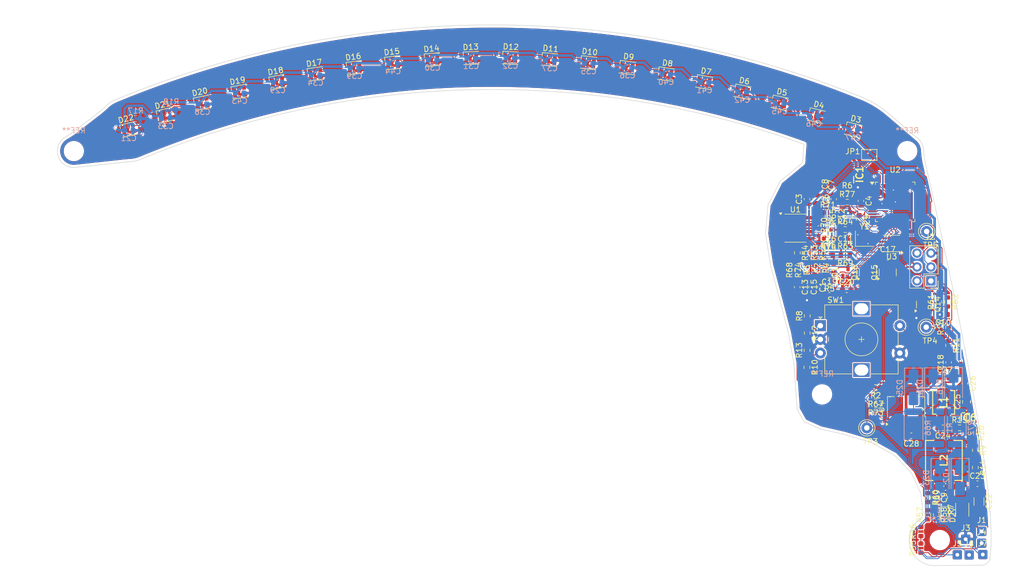
<source format=kicad_pcb>
(kicad_pcb (version 20240108) (generator "pcbnew") (generator_version "8.0")
  (layers (0 "F.Cu" signal) (31 "B.Cu" signal) (34 "B.Paste" user) (35 "F.Paste" user) (36 "B.SilkS" user "B.Silkscreen") (37 "F.SilkS" user "F.Silkscreen") (38 "B.Mask" user) (39 "F.Mask" user) (44 "Edge.Cuts" user))
  (net 0 "")
  (net 1 "GND")
  (net 2 "Net-(Q1-C)")
  (net 3 "+3.3V")
  (net 4 "Net-(U2-PF0)")
  (net 5 "Net-(U2-PF1)")
  (net 6 "/mcu/NRST")
  (net 7 "Net-(D27-K)")
  (net 8 "Net-(Q14-C)")
  (net 9 "Net-(U3A-Cext)")
  (net 10 "Net-(U3A-Q)")
  (net 11 "Net-(Q15-C)")
  (net 12 "Net-(Q16-C)")
  (net 13 "Net-(D23-A2)")
  (net 14 "Net-(D25-A2)")
  (net 15 "Net-(D26-A2)")
  (net 16 "/mcu/TMS")
  (net 17 "/mcu/TCK")
  (net 18 "Net-(Q1-B)")
  (net 19 "Net-(D3-DIN)")
  (net 20 "Net-(D3-DOUT)")
  (net 21 "+5V")
  (net 22 "Net-(Q14-B)")
  (net 23 "Net-(Q15-B)")
  (net 24 "Net-(Q16-B)")
  (net 25 "/alert_yellow/12v_signal")
  (net 26 "/alert_yellow/sig_to_mcu")
  (net 27 "/mcu/sda")
  (net 28 "/mcu/scl")
  (net 29 "/mcu/eeprom_wp")
  (net 30 "/rpm_signal/rpm_signal")
  (net 31 "Net-(R55-Pad2)")
  (net 32 "Net-(R56-Pad2)")
  (net 33 "Net-(R57-Pad2)")
  (net 34 "Net-(U3A-~{A})")
  (net 35 "Net-(U3A-RCext)")
  (net 36 "/mcu/rpm_signal_mcu")
  (net 37 "/light/12v_signal")
  (net 38 "/light/sig_to_mcu")
  (net 39 "/alert_red/12v_signal")
  (net 40 "/alert_red/sig_to_mcu")
  (net 46 "/mcu/enc_a")
  (net 52 "Net-(D4-DOUT)")
  (net 54 "/mcu/enc_b")
  (net 60 "Net-(D5-DOUT)")
  (net 62 "Net-(D6-DOUT)")
  (net 64 "Net-(D7-DOUT)")
  (net 68 "/mcu/enc_p")
  (net 69 "Net-(D8-DOUT)")
  (net 74 "Net-(D10-DIN)")
  (net 75 "Net-(D10-DOUT)")
  (net 76 "Net-(D11-DOUT)")
  (net 77 "Net-(D12-DOUT)")
  (net 78 "Net-(D13-DOUT)")
  (net 79 "Net-(D14-DOUT)")
  (net 80 "Net-(D15-DOUT)")
  (net 81 "Net-(D16-DOUT)")
  (net 82 "Net-(D17-DOUT)")
  (net 83 "Net-(D18-DOUT)")
  (net 84 "Net-(D19-DOUT)")
  (net 85 "Net-(D20-DOUT)")
  (net 86 "Net-(D21-DOUT)")
  (net 87 "Net-(D22-DOUT)")
  (net 89 "/Leds/WS2812B_IN")
  (net 95 "+12V")
  (net 96 "Net-(IC6-FB)")
  (net 97 "Net-(IC6-EN)")
  (net 98 "Net-(IC6-SW)")
  (net 99 "Net-(D2-A2)")
  (net 100 "Net-(IC6-VIN)")
  (net 101 "Net-(D24-A2)")
  (net 104 "Net-(R12-Pad1)")
  (net 105 "Net-(R10-Pad1)")
  (net 106 "Net-(R11-Pad1)")
  (footprint "Capacitor_SMD:C_0603_1608Metric" (layer "F.Cu") (at 225.8 93.6 -90)
    (property "Reference" "C26")
    (property "Value" "100nF")
  )
  (footprint "Resistor_SMD:R_0603_1608Metric" (layer "F.Cu") (at 217.75 123.65 90)
    (property "Reference" "R55")
    (property "Value" "120k")
  )
  (footprint "Library_local:LED_WS2812B-2020_PLCC4_2.0x2.0mm" (layer "F.Cu") (at 198.682173 44.708266 -13)
    (property "Reference" "D4")
    (property "Value" "WS2812B")
  )
  (footprint "Capacitor_SMD:C_0603_1608Metric" (layer "F.Cu") (at 200.225 59.95 -90)
    (property "Reference" "C7")
    (property "Value" "4,7u")
  )
  (footprint "Capacitor_SMD:C_0805_2012Metric" (layer "F.Cu") (at 226.1 96.95 90)
    (property "Reference" "C25")
    (property "Value" "22uF")
  )
  (footprint "Resistor_SMD:R_0603_1608Metric" (layer "F.Cu") (at 201.85 72.53 90)
    (property "Reference" "R4")
    (property "Value" "2k2")
  )
  (footprint "Resistor_SMD:R_0603_1608Metric" (layer "F.Cu") (at 219 114.425 -90)
    (property "Reference" "R60")
    (property "Value" "22k")
  )
  (footprint "Package_TO_SOT_SMD:SOT-223-3_TabPin2" (layer "F.Cu") (at 215.05 97.9 90)
    (property "Reference" "U4")
    (property "Value" "TLV1117-33")
  )
  (footprint "Connector_Wire:SolderWire-0.15sqmm_1x01_D0.5mm_OD1.5mm" (layer "F.Cu") (at 228.85 120.6)
    (property "Reference" "J1")
    (property "Value" "Conn_01x01_Socket")
  )
  (footprint "Resistor_SMD:R_0603_1608Metric" (layer "F.Cu") (at 203.95 70.2 180)
    (property "Reference" "R69")
    (property "Value" "2k2")
  )
  (footprint "Library_local:LED_WS2812B-2020_PLCC4_2.0x2.0mm" (layer "F.Cu") (at 171.22045 37.128009 -8)
    (property "Reference" "D8")
    (property "Value" "WS2812B")
  )
  (footprint "Library_local:LED_WS2812B-2020_PLCC4_2.0x2.0mm" (layer "F.Cu") (at 114.374792 35.96561 7)
    (property "Reference" "D16")
    (property "Value" "WS2812B")
  )
  (footprint "Resistor_SMD:R_0603_1608Metric" (layer "F.Cu") (at 221.05 78.725 90)
    (property "Reference" "R61")
    (property "Value" "2k2")
  )
  (footprint "Resistor_SMD:R_0603_1608Metric" (layer "F.Cu") (at 201.52 64.715 90)
    (property "Reference" "R70")
    (property "Value" "10k")
  )
  (footprint "Library_local:HPI06306R8" (layer "F.Cu") (at 221.95 107.65 90)
    (property "Reference" "L2")
    (property "Value" "6,8u" (hide yes))
  )
  (footprint "Resistor_SMD:R_0603_1608Metric" (layer "F.Cu") (at 203.15 63.125 90)
    (property "Reference" "R65")
    (property "Value" "330")
  )
  (footprint "Package_TO_SOT_SMD:SOT-23" (layer "F.Cu") (at 218.5 79.1875 90)
    (property "Reference" "Q14")
    (property "Value" "BC846")
  )
  (footprint "Capacitor_SMD:C_0603_1608Metric" (layer "F.Cu") (at 203.95 68.65)
    (property "Reference" "C11")
    (property "Value" "10n")
  )
  (footprint "Library_local:LED_WS2812B-2020_PLCC4_2.0x2.0mm" (layer "F.Cu") (at 205.4 47.3 -14)
    (property "Reference" "D3")
    (property "Value" "WS2812B")
  )
  (footprint "Capacitor_SMD:C_0603_1608Metric" (layer "F.Cu") (at 222.8 89.75 90)
    (property "Reference" "C18")
    (property "Value" "100n")
  )
  (footprint "Resistor_SMD:R_MELF_MMB-0207" (layer "F.Cu") (at 225.3 116.65 90)
    (property "Reference" "R7")
    (property "Value" "0,1")
  )
  (footprint "Connector_Wire:SolderWire-0.15sqmm_1x01_D0.5mm_OD1.5mm" (layer "F.Cu") (at 225.925 122.025)
    (property "Reference" "J3")
    (property "Value" "Conn_01x01_Socket")
  )
  (footprint "Resistor_SMD:R_0603_1608Metric" (layer "F.Cu") (at 196.95 90.65 -90)
    (property "Reference" "R10")
    (property "Value" "10k")
  )
  (footprint "Resistor_SMD:R_0603_1608Metric" (layer "F.Cu") (at 196.975 87.55 90)
    (property "Reference" "R13")
    (property "Value" "1k")
  )
  (footprint "Resistor_SMD:R_0603_1608Metric" (layer "F.Cu") (at 197 81.275 90)
    (property "Reference" "R8")
    (property "Value" "10k")
  )
  (footprint "Capacitor_SMD:C_0603_1608Metric" (layer "F.Cu") (at 196.95 59.95 90)
    (property "Reference" "C3")
    (property "Value" "100n")
  )
  (footprint "Resistor_SMD:R_0603_1608Metric" (layer "F.Cu") (at 201.06 74.86 180)
    (property "Reference" "R5")
    (property "Value" "10k")
  )
  (footprint "Resistor_SMD:R_0603_1608Metric" (layer "F.Cu") (at 227.35 102.65 -90)
    (property "Reference" "R20")
    (property "Value" "30k")
  )
  (footprint "Package_SO:SSOP-8_2.95x2.8mm_P0.65mm" (layer "F.Cu") (at 212.4 68.0425 180)
    (property "Reference" "U3")
    (property "Value" "74LVC1G123")
  )
  (footprint "Capacitor_SMD:C_0603_1608Metric" (layer "F.Cu") (at 221.8 81.025 180)
    (property "Reference" "C10")
    (property "Value" "10n")
  )
  (footprint "Library_local:LED_WS2812B-2020_PLCC4_2.0x2.0mm" (layer "F.Cu") (at 86.540644 42.352258 12)
    (property "Reference" "D20")
    (property "Value" "WS2812B")
  )
  (footprint "Capacitor_SMD:C_1206_3216Metric" (layer "F.Cu") (at 228.35 115.15 -90)
    (property "Reference" "C22")
    (property "Value" "10uF")
  )
  (footprint "Capacitor_SMD:C_0603_1608Metric" (layer "F.Cu") (at 206.475 63.7 -90)
    (property "Reference" "C5")
    (property "Value" "7p")
  )
  (footprint "Resistor_SMD:R_0603_1608Metric" (layer "F.Cu") (at 195.2 69.75 -90)
    (property "Reference" "R54")
    (property "Value" "10k")
  )
  (footprint "Resistor_SMD:R_0603_1608Metric" (layer "F.Cu") (at 200.835 67.03 180)
    (property "Reference" "R76")
    (property "Value" "10k")
  )
  (footprint "Library_local:LED_WS2812B-2020_PLCC4_2.0x2.0mm" (layer "F.Cu") (at 128.590546 34.48184 5)
    (property "Reference" "D14")
    (property "Value" "WS2812B")
  )
  (footprint "Library_local:SOT65P210X110-5N" (layer "F.Cu") (at 206.575 55.45 90)
    (property "Reference" "IC1")
    (property "Value" "SN74LV1T34DCKR" (hide yes))
  )
  (footprint "Resistor_SMD:R_0603_1608Metric" (layer "F.Cu") (at 222.8 83.35 90)
    (property "Reference" "R16")
    (property "Value" "1k")
  )
  (footprint "Package_TO_SOT_SMD:SOT-23" (layer "F.Cu") (at 208.07 73.34 90)
    (property "Reference" "Q16")
    (property "Value" "BC846")
  )
  (footprint "Capacitor_SMD:C_0603_1608Metric" (layer "F.Cu") (at 206.8 60.275 -90)
    (property "Reference" "C4")
    (property "Value" "7p")
  )
  (footprint "Connector_PinHeader_2.54mm:PinHeader_2x03_P2.54mm_Vertical" (layer "F.Cu") (at 219.575 74.875 180)
    (property "Reference" "J2")
    (property "Value" "Conn_2Rows-05Pins")
  )
  (footprint "Library_local:HPI04202R2" (layer "F.Cu") (at 221.9 97.05 90)
    (property "Reference" "L1")
    (property "Value" "2.2uH" (hide yes))
  )
  (footprint "TestPoint:TestPoint_Loop_D1.80mm_Drill1.0mm_Beaded" (layer "F.Cu") (at 218.725 83.325)
    (property "Reference" "TP4")
    (property "Value" "TestPoint")
  )
  (footprint "Capacitor_SMD:C_0603_1608Metric" (layer "F.Cu") (at 228.075 111.9)
    (property "Reference" "C23")
    (property "Value" "100nF")
  )
  (footprint "Capacitor_SMD:C_0603_1608Metric" (layer "F.Cu") (at 200.27 72.525 90)
    (property "Reference" "C2")
    (property "Value" "100n")
  )
  (footprint "TestPoint:TestPoint_Loop_D1.80mm_Drill1.0mm_Beaded" (layer "F.Cu") (at 218.8 65.85)
    (property "Reference" "TP5")
    (property "Value" "TestPoint")
  )
  (footprint "Resistor_SMD:R_0603_1608Metric" (layer "F.Cu") (at 200.77 62.4)
    (property "Reference" "R71")
    (property "Value" "330")
  )
  (footprint "Library_local:LED_WS2812B-2020_PLCC4_2.0x2.0mm" (layer "F.Cu") (at 149.986418 34.472345 -5)
    (property "Reference" "D11")
    (property "Value" "WS2812B")
  )
  (footprint "Resistor_SMD:R_0603_1608Metric" (layer "F.Cu") (at 222.8 86.65 -90)
    (property "Reference" "R11")
    (property "Value" "10k")
  )
  (footprint "Diode_SMD:D_0603_1608Metric" (layer "F.Cu") (at 222.1 117.5625 -90)
    (property "Reference" "D27")
    (property "Value" "D_Schottky")
  )
  (footprint "Resistor_SMD:R_0603_1608Metric" (layer "F.Cu") (at 200.84 70.23)
    (property "Reference" "R75")
    (property "Value" "2k2")
  )
  (footprint "Resistor_SMD:R_0603_1608Metric" (layer "F.Cu") (at 222.6 78.725 -90)
    (property "Reference" "R62")
    (property "Value" "10k")
  )
  (footprint "Capacitor_SMD:C_0603_1608Metric" (layer "F.Cu") (at 195.17 76.015 -90)
    (property "Reference" "C13")
    (property "Value" "470n")
  )
  (footprint "Resistor_SMD:R_0603_1608Metric" (layer "F.Cu") (at 198.375 69.75 -90)
    (property "Reference" "R52")
    (property "Value" "10k")
  )
  (footprint "Library_local:LED_WS2812B-2020_PLCC4_2.0x2.0mm" (layer "F.Cu") (at 157.097503 35.057369 -6)
    (property "Reference" "D10")
    (property "Value" "WS2812B")
  )
  (footprint "Capacitor_SMD:C_0603_1608Metric" (layer "F.Cu") (at 201.05 76.5)
    (property "Reference" "C19")
    (property "Value" "100n")
  )
  (footprint "Resistor_SMD:R_0603_1608Metric" (layer "F.Cu") (at 195.2 72.9 90)
    (property "Reference" "R68")
    (property "Value" "22k")
  )
  (footprint "Resistor_SMD:R_0603_1608Metric" (layer "F.Cu") (at 204.3 58.9)
    (property "Reference" "R6")
    (property "Value" "330")
  )
  (footprint "Connector_Wire:SolderWire-0.15sqmm_1x01_D0.5mm_OD1.5mm" (layer "F.Cu") (at 228.85 122.75)
    (property "Reference" "J4")
    (property "Value" "Conn_01x01_Socket")
  )
  (footprint "Resistor_SMD:R_0603_1608Metric" (layer "F.Cu") (at 209.5 97.525 180)
    (property "Reference" "R73")
    (property "Value" "560k")
  )
  (footprint "Library_local:LED_WS2812B-2020_PLCC4_2.0x2.0mm" (layer "F.Cu") (at 164.158848 35.942589 -7)
    (property "Reference" "D9")
    (property "Value" "WS2812B")
  )
  (footprint "Package_QFP:LQFP-48_7x7mm_P0.5mm" (layer "F.Cu") (at 213.05 60.45)
    (property "Reference" "U2")
    (property "Value" "STM32C031C6Tx")
  )
  (footprint "Library_local:LED_WS2812B-2020_PLCC4_2.0x2.0mm" (layer "F.Cu") (at 79.784728 44.669927 13)
    (property "Reference" "D21")
    (property "Value" "WS2812B")
  )
  (footprint "Crystal:Crystal_SMD_2520-4Pin_2.5x2.0mm" (layer "F.Cu") (at 207.45 67.15)
    (property "Reference" "Y1")
    (property "Value" "8")
  )
  (footprint "Resistor_SMD:R_0603_1608Metric" (layer "F.Cu") (at 222.1 114.425 90)
    (property "Reference" "R59")
    (property "Value" "560k")
  )
  (footprint "Resistor_SMD:R_0603_1608Metric" (layer "F.Cu") (at 197 84.4 -90)
    (property "Reference" "R12")
    (property "Value" "1k")
  )
  (footprint "Library_local:LED_WS2812B-2020_PLCC4_2.0x2.0mm" (layer "F.Cu") (at 185.156756 40.335515 -11)
    (property "Reference" "D6")
    (property "Value" "WS2812B")
  )
  (footprint "Library_local:LED_WS2812B-2020_PLCC4_2.0x2.0mm" (layer "F.Cu") (at 135.66188 34.190435 2.5)
    (property "Reference" "D13")
    (property "Value" "WS2812B")
  )
  (footprint "Package_SO:SOIC-8_3.9x4.9mm_P1.27mm" (layer "F.Cu") (at 194.85 65.25)
    (property "Reference" "U1")
    (property "Value" "M24C02-RMN")
  )
  (footprint "Jumper:SolderJumper-2_P1.3mm_Open_TrianglePad1.0x1.5mm" (layer "F.Cu") (at 208.325 51.875 180)
    (property "Reference" "JP1")
    (property "Value" "Jumper_2_Open")
  )
  (footprint "Connector_Wire:SolderWire-0.15sqmm_1x01_D0.5mm_OD1.5mm" (layer "F.Cu") (at 226.55 124.9)
    (property "Reference" "J6")
    (property "Value" "Conn_01x01_Socket")
  )
  (footprint "Capacitor_SMD:C_0603_1608Metric" (layer "F.Cu") (at 200.845 68.63)
    (property "Reference" "C16")
    (property "Value" "100n")
  )
  (footprint "Resistor_SMD:R_0603_1608Metric" (layer "F.Cu") (at 219 117.575 90)
    (property "Reference" "R57")
    (property "Value" "120k")
  )
  (footprint "Connector_Wire:SolderWire-0.15sqmm_1x01_D0.5mm_OD1.5mm" (layer "F.Cu") (at 224.4 124.875)
    (property "Reference" "J5")
    (property "Value" "Conn_01x01_Socket")
  )
  (footprint "Package_TO_SOT_SMD:SOT-23" (layer "F.Cu") (at 211.69 73.33 90)
    (property "Reference" "Q15")
    (property "Value" "BC846")
  )
  (footprint "Resistor_SMD:R_0603_1608Metric" (layer "F.Cu") (at 227.7 105.8 -90)
    (property "Reference" "R9")
    (property "Value" "100k")
  )
  (footprint "Capacitor_SMD:C_0603_1608Metric" (layer "F.Cu") (at 204.2 76.5)
    (property "Reference" "C20")
    (property "Value" "100n")
  )
  (footprint "Capacitor_SMD:C_0603_1608Metric" (layer "F.Cu") (at 221.75 101.7 180)
    (property "Reference" "C24")
    (property "Value" "33pF")
  )
  (footprint "Capacitor_SMD:C_0603_1608Metric" (layer "F.Cu") (at 198.37 75.995 -90)
    (property "Reference" "C1")
    (property "Value" "470n")
  )
  (footprint "Capacitor_SMD:C_0603_1608Metric" (layer "F.Cu") (at 201.835 59.95 90)
    (property "Reference" "C6")
    (property "Value" "100n")
  )
  (footprint "Library_local:LED_WS2812B-2020_PLCC4_2.0x2.0mm" (layer "F.Cu") (at 93.396866 40.334695 11)
    (property "Reference" "D19")
    (property "Value" "WS2812B")
  )
  (footprint "Capacitor_SMD:C_0603_1608Metric" (layer "F.Cu") (at 222.1 92.55)
    (property "Reference" "C27")
    (property "Value" "1u")
  )
  (footprint "Resistor_SMD:R_0603_1608Metric" (layer "F.Cu") (at 220.55 117.575 -90)
    (property "Reference" "R58")
    (property "Value" "120k")
  )
  (footprint "Library_local:LED_WS2812B-2020_PLCC4_2.0x2.0mm" (layer "F.Cu") (at 178.194407 38.599468 -10)
    (property "Reference" "D7")
    (property "Value" "WS2812B")
  )
  (footprint "Resistor_SMD:R_0603_1608Metric" (layer "F.Cu") (at 204.3 60.5)
    (property "Reference" "R77")
    (property "Value" "330")
  )
  (footprint "Resistor_SMD:R_0603_1608Metric" (layer "F.Cu") (at 217.75 120.624999 90)
    (property "Reference" "R56")
    (property "Value" "120k")
  )
  (footprint "Resistor_SMD:R_0603_1608Metric" (layer "F.Cu") (at 196.8 69.75 -90)
    (property "Reference" "R53")
    (property "Value" "10k")
  )
  (footprint "Library_local:SOTFL50P160X60-6N" (layer "F.Cu") (at 226.35 99.85)
    (property "Reference" "IC6")
    (property "Value" "TPS566247DRLR" (hide yes))
  )
  (footprint "Library_local:LED_WS2812B-2020_PLCC4_2.0x2.0mm" (layer "F.Cu") (at 100.303394 38.567244 10)
    (property "Reference" "D18")
    (property "Value" "WS2812B")
  )
  (footprint "Resistor_SMD:R_0603_1608Metric" (layer "F.Cu") (at 196.8 72.9 90)
    (property "Reference" "R74")
    (property "Value" "22k")
  )
  (footprint "Library_local:LED_WS2812B-2020_PLCC4_2.0x2.0mm" (layer "F.Cu") (at 142.809862 34.160612 -2.5)
    (property "Reference" "D12")
    (property "Value" "WS2812B")
  )
  (footprint "Package_TO_SOT_SMD:SOT-23" (layer "F.Cu") (at 204.45 73.34 90)
    (property "Reference" "Q1")
    (property "Value" "BC846")
  )
  (footprint "Library_local:LED_WS2812B-2020_PLCC4_2.0x2.0mm" (layer "F.Cu") (at 107.26736 37.082696 8)
    (property "Reference" "D17")
    (property "Value" "WS2812B")
  )
  (footprint "Capacitor_SMD:C_0603_1608Metric" (layer "F.Cu") (at 216 103.15 180)
    (property "Reference" "C28")
    (property "Value" "1u")
  )
  (footprint "Resistor_SMD:R_0603_1608Metric" (layer "F.Cu") (at 209.5 94.35 180)
    (property "Reference" "R2")
    (property "Value" "560k")
  )
  (footprint "Capacitor_SMD:C_0603_1608Metric" (layer "F.Cu") (at 204.74 63.135 90)
    (property "Reference" "C12")
    (property "Value" "10n")
  )
  (footprint "Resistor_SMD:R_0603_1608Metric" (layer "F.Cu") (at 209.5 95.925 180)
    (property "Reference" "R67")
    (property "Value" "560k")
  )
  (footprint "Capacitor_SMD:C_0603_1608Metric" (layer "F.Cu") (at 199.92 64.715 -90)
    (property "Reference" "C14")
    (property "Value" "100n")
  )
  (footprint "Resistor_SMD:R_0603_1608Metric" (layer "F.Cu") (at 203.935 65.5)
    (property "Reference" "R64")
    (property "Value" "10k")
  )
  (footprint "Connector_Wire:SolderWire-0.15sqmm_1x01_D0.5mm_OD1.5mm" (layer "F.Cu") (at 229.05 124.825)
    (property "Reference" "J7")
    (property "Value" "Conn_01x01_Socket")
  )
  (footprint "Resistor_SMD:R_0603_1608Metric" (layer "F.Cu") (at 198.37 72.905 90)
    (property "Reference" "R3")
    (property "Value" "22k")
  )
  (footprint "Library_local:LED_WS2812B-2020_PLCC4_2.0x2.0mm" (layer "F.Cu") (at 191.969346 42.37178 -12)
    (property "Reference" "D5")
    (property "Value" "WS2812B")
  )
  (footprint "Capacitor_SMD:C_0603_1608Metric" (layer "F.Cu") (at 196.79 75.995 -90)
    (property "Reference" "C15")
    (property "Value" "470n")
  )
  (footprint "Capacitor_SMD:C_0603_1608Metric" (layer "F.Cu") (at 220.55 114.425 -90)
    (property "Reference" "C9")
    (property "Value" "1n")
  )
  (footprint "Capacitor_SMD:C_0603_1608Metric" (layer "F.Cu") (at 211.7 70.55)
    (property "Reference" "C17")
    (property "Value" "100n")
  )
  (footprint "Library_local:RotaryEncoder_Alps_EC12E-Switch_Vertical_H20mm" (layer "F.Cu") (at 199.4 83.05)
    (property "Reference" "SW1")
    (property "Value" "RotaryEncoder_Switch_MP")
  )
  (footprint "Library_local:LED_WS2812B-2020_PLCC4_2.0x2.0mm" (layer "F.Cu") (at 73.129122 47.237696 14)
    (property "Reference" "D22")
    (property "Value" "WS2812B")
  )
  (footprint "Resistor_SMD:R_0603_1608Metric" (layer "F.Cu") (at 203.95 67.08 180)
    (property "Reference" "R63")
    (property "Value" "150k")
  )
  (footprint "TestPoint:TestPoint_Loop_D1.80mm_Drill1.0mm_Beaded" (layer "F.Cu") (at 207.875 101.7)
    (property "Reference" "TP3")
    (property "Value" "TestPoint")
  )
  (footprint "Resistor_SMD:R_0603_1608Metric" (layer "F.Cu") (at 224.8 101.7)
    (property "Reference" "R15")
    (property "Value" "220k")
  )
  (footprint "Resistor_SMD:R_0603_1608Metric" (layer "F.Cu") (at 227.7 108.95 -90)
    (property "Reference" "R14")
    (property "Value" "12k4")
  )
  (footprint "Capacitor_SMD:C_0603_1608Metric" (layer "F.Cu") (at 198.525 59.95 -90)
    (property "Reference" "C8")
    (property "Value" "100n")
  )
  (footprint "Library_local:LED_WS2812B-2020_PLCC4_2.0x2.0mm" (layer "F.Cu") (at 121.382522 35.048657 6)
    (property "Reference" "D15")
    (property "Value" "WS2812B")
  )
  (footprint "Diode_SMD:D_SMA" (layer "B.Cu") (at 220.05 94.25 -90)
    (property "Reference" "D24")
    (property "Value" "SMAJ5.0CA")
  )
  (footprint "Resistor_SMD:R_0603_1608Metric" (layer "B.Cu") (at 80.9 43.6 180)
    (property "Reference" "R18")
    (property "Value" "10k")
  )
  (footprint "Capacitor_SMD:C_0603_1608Metric" (layer "B.Cu") (at 79.9 45.2)
    (property "Reference" "C33")
    (property "Value" "100n")
  )
  (footprint "Capacitor_SMD:C_0603_1608Metric" (layer "B.Cu") (at 142.8 34.2)
    (property "Reference" "C32")
    (property "Value" "100n")
  )
  (footprint "Capacitor_SMD:C_0603_1608Metric" (layer "B.Cu") (at 150 34.65)
    (property "Reference" "C37")
    (property "Value" "100n")
  )
  (footprint "Capacitor_SMD:C_0603_1608Metric" (layer "B.Cu") (at 191.95 42.5)
    (property "Reference" "C45")
    (property "Value" "100n")
  )
  (footprint "Capacitor_SMD:C_0603_1608Metric" (layer "B.Cu") (at 128.6 34.55)
    (property "Reference" "C30")
    (property "Value" "100n")
  )
  (footprint "Capacitor_SMD:C_0603_1608Metric" (layer "B.Cu") (at 135.65 34.25)
    (property "Reference" "C31")
    (property "Value" "100n")
  )
  (footprint "Resistor_SMD:R_0603_1608Metric" (layer "B.Cu") (at 74.4 45.25 180)
    (property "Reference" "R17")
    (property "Value" "10k")
  )
  (footprint "MountingHole:MountingHole_3.2mm_M3_ISO14580" (layer "B.Cu") (at 221.195351 122.18425 180)
    (property "Reference" "REF**")
    (property "Value" "MountingHole_3.2mm_M3_ISO14580")
  )
  (footprint "Capacitor_SMD:C_0603_1608Metric" (layer "B.Cu") (at 157.1 35.2)
    (property "Reference" "C35")
    (property "Value" "100n")
  )
  (footprint "Capacitor_SMD:C_0603_1608Metric" (layer "B.Cu") (at 114.35 36.05)
    (property "Reference" "C39")
    (property "Value" "100n")
  )
  (footprint "Resistor_SMD:R_2512_6332Metric" (layer "B.Cu") (at 216.4 101.7125 90)
    (property "Reference" "R66")
    (property "Value" "560k")
  )
  (footprint "Capacitor_SMD:C_0603_1608Metric" (layer "B.Cu") (at 121.4 35.2)
    (property "Reference" "C44")
    (property "Value" "100n")
  )
  (footprint "Capacitor_SMD:C_0603_1608Metric" (layer "B.Cu") (at 73.15 47.4)
    (property "Reference" "C21")
    (property "Value" "100n")
  )
  (footprint "Diode_SMD:D_SMA" (layer "B.Cu") (at 221.25 110.8 -90)
    (property "Reference" "D23")
    (property "Value" "SMAJ5.0CA")
  )
  (footprint "Capacitor_SMD:C_0603_1608Metric" (layer "B.Cu") (at 185.125 40.4)
    (property "Reference" "C42")
    (property "Value" "100n")
  )
  (footprint "Resistor_SMD:R_2512_6332Metric" (layer "B.Cu") (at 220.35 101.7125 90)
    (property "Reference" "R1")
    (property "Value" "560k")
  )
  (footprint "MountingHole:MountingHole_3.2mm_M3_ISO14580" (layer "B.Cu") (at 199.702026 95.593569 180)
    (property "Reference" "REF**")
    (property "Value" "MountingHole_3.2mm_M3_ISO14580")
  )
  (footprint "MountingHole:MountingHole_3.2mm_M3_ISO14580" (layer "B.Cu") (at 215.260902 51.179104 180)
    (property "Reference" "REF**")
    (property "Value" "MountingHole_3.2mm_M3_ISO14580")
  )
  (footprint "Diode_SMD:D_SMA" (layer "B.Cu") (at 224.9 110.795 -90)
    (property "Reference" "D2")
    (property "Value" "SMAJ17CA")
  )
  (footprint "Capacitor_SMD:C_0603_1608Metric" (layer "B.Cu") (at 178.25 38.65)
    (property "Reference" "C41")
    (property "Value" "100n")
  )
  (footprint "Capacitor_SMD:C_0603_1608Metric" (layer "B.Cu") (at 93.4 40.6)
    (property "Reference" "C43")
    (property "Value" "100n")
  )
  (footprint "Capacitor_SMD:C_0603_1608Metric" (layer "B.Cu") (at 107.25 37.3)
    (property "Reference" "C34")
    (property "Value" "100n")
  )
  (footprint "Capacitor_SMD:C_0603_1608Metric" (layer "B.Cu") (at 171.25 37.15)
    (property "Reference" "C40")
    (property "Value" "100n")
  )
  (footprint "Capacitor_SMD:C_0603_1608Metric" (layer "B.Cu") (at 86.6 42.6)
    (property "Reference" "C38")
    (property "Value" "100n")
  )
  (footprint "Capacitor_SMD:C_0603_1608Metric" (layer "B.Cu") (at 198.2 44.75)
    (property "Reference" "C46")
    (property "Value" "100n")
  )
  (footprint "Resistor_SMD:R_2512_6332Metric" (layer "B.Cu") (at 224.3 101.7125 90)
    (property "Reference" "R72")
    (property "Value" "560k")
  )
  (footprint "Diode_SMD:D_SMA" (layer "B.Cu") (at 223.7 94.2 -90)
    (property "Reference" "D26")
    (property "Value" "SMAJ5.0CA")
  )
  (footprint "Diode_SMD:D_SMA" (layer "B.Cu") (at 216.4 94.3 -90)
    (property "Reference" "D25")
    (property "Value" "SMAJ5.0CA")
  )
  (footprint "Capacitor_SMD:C_0603_1608Metric" (layer "B.Cu") (at 164.2 35.95)
    (property "Reference" "C36")
    (property "Value" "100n")
  )
  (footprint "Capacitor_SMD:C_0603_1608Metric" (layer "B.Cu") (at 100.35 38.65)
    (property "Reference" "C29")
    (property "Value" "100n")
  )
  (footprint "Capacitor_SMD:C_0603_1608Metric" (layer "B.Cu") (at 205.4 47.3)
    (property "Reference" "C47")
    (property "Value" "100n")
  )
  (footprint "MountingHole:MountingHole_3.2mm_M3_ISO14580" (layer "B.Cu") (at 63.1335 51.1791 180)
    (property "Reference" "REF**")
    (property "Value" "MountingHole_3.2mm_M3_ISO14580")
  )
  (gr_line (start 230.395391 117.319489) (end 230.065919 113.711833) (stroke (width 0.1)) (layer "Edge.Cuts"))
  (gr_line (start 194.574696 90.038196) (end 194.891781 94.757009) (stroke (width 0.1)) (layer "Edge.Cuts"))
  (gr_arc (start 217.218033 48.905398) (mid 217.952864 49.854951) (end 218.256497 51.016595) (stroke (width 0.1)) (layer "Edge.Cuts"))
  (gr_line (start 221.526327 66.675032) (end 220.108153 60.222182) (stroke (width 0.1)) (layer "Edge.Cuts"))
  (gr_arc (start 75.333786 52.673546) (mid 74.383554 52.975208) (end 73.396097 53.112571) (stroke (width 0.1)) (layer "Edge.Cuts"))
  (gr_line (start 196.157426 53.299137) (end 196.38995 49.919247) (stroke (width 0.1)) (layer "Edge.Cuts"))
  (gr_line (start 230.363406 125.475403) (end 230.554105 123.227515) (stroke (width 0.1)) (layer "Edge.Cuts"))
  (gr_line (start 224.121792 78.951212) (end 222.865263 72.920802) (stroke (width 0.1)) (layer "Edge.Cuts"))
  (gr_line (start 208.685594 104.361037) (end 212.973464 106.732622) (stroke (width 0.1)) (layer "Edge.Cuts"))
  (gr_circle (center 215.260902 51.179104) (end 216.510902 51.179104) (stroke (width 0.1)) (fill none) (layer "Edge.Cuts"))
  (gr_line (start 230.065919 113.711833) (end 229.584739 109.707704) (stroke (width 0.1)) (layer "Edge.Cuts"))
  (gr_arc (start 144.607849 28.22452) (mid 176.35647 31.989669) (end 206.934048 41.325781) (stroke (width 0.1)) (layer "Edge.Cuts"))
  (gr_arc (start 68.966588 42.991248) (mid 68.323898 43.581408) (end 67.648506 44.133844) (stroke (width 0.1)) (layer "Edge.Cuts"))
  (gr_line (start 189.383553 66.237576) (end 190.318808 72.085474) (stroke (width 0.1)) (layer "Edge.Cuts"))
  (gr_arc (start 75.333786 52.673546) (mid 79.23083 51.119351) (end 83.165522 49.663099) (stroke (width 0.1)) (layer "Edge.Cuts"))
  (gr_line (start 229.584739 109.707704) (end 228.963452 105.337421) (stroke (width 0.1)) (layer "Edge.Cuts"))
  (gr_line (start 199.419829 101.907424) (end 203.819996 102.916909) (stroke (width 0.1)) (layer "Edge.Cuts"))
  (gr_line (start 191.966843 78.282215) (end 193.573248 84.413801) (stroke (width 0.1)) (layer "Edge.Cuts"))
  (gr_line (start 63.39009 54.16811) (end 72.580629 53.178323) (stroke (width 0.1)) (layer "Edge.Cuts"))
  (gr_line (start 189.821909 61.054421) (end 189.383553 66.237576) (stroke (width 0.1)) (layer "Edge.Cuts"))
  (gr_line (start 225.29141 84.75449) (end 224.121792 78.951212) (stroke (width 0.1)) (layer "Edge.Cuts"))
  (gr_line (start 196.157426 53.299137) (end 192.025657 56.716729) (stroke (width 0.1)) (layer "Edge.Cuts"))
  (gr_arc (start 83.165522 49.663099) (mid 139.8 39.95) (end 196.38995 49.919247) (stroke (width 0.1)) (layer "Edge.Cuts"))
  (gr_arc (start 72.580629 53.178323) (mid 72.987922 53.139978) (end 73.396097 53.112571) (stroke (width 0.1)) (layer "Edge.Cuts"))
  (gr_line (start 230.561696 120.500732) (end 230.395391 117.319489) (stroke (width 0.1)) (layer "Edge.Cuts"))
  (gr_line (start 203.819996 102.916909) (end 208.685594 104.361037) (stroke (width 0.1)) (layer "Edge.Cuts"))
  (gr_circle (center 221.195351 122.18425) (end 222.445351 122.18425) (stroke (width 0.1)) (fill none) (layer "Edge.Cuts"))
  (gr_line (start 193.573248 84.413801) (end 194.574696 90.038196) (stroke (width 0.1)) (layer "Edge.Cuts"))
  (gr_line (start 226.368241 90.315281) (end 225.29141 84.75449) (stroke (width 0.1)) (layer "Edge.Cuts"))
  (gr_line (start 227.345058 95.614698) (end 226.368241 90.315281) (stroke (width 0.1)) (layer "Edge.Cuts"))
  (gr_arc (start 218.612766 53.567753) (mid 218.380671 52.29971) (end 218.256497 51.016595) (stroke (width 0.1)) (layer "Edge.Cuts"))
  (gr_arc (start 63.427889 47.389101) (mid 62.56009 48.011206) (end 61.650887 48.571063) (stroke (width 0.1)) (layer "Edge.Cuts"))
  (gr_line (start 217.742401 113.65084) (end 218.11531 117.145962) (stroke (width 0.1)) (layer "Edge.Cuts"))
  (gr_line (start 220.108153 60.222182) (end 218.612766 53.567753) (stroke (width 0.1)) (layer "Edge.Cuts"))
  (gr_line (start 212.973464 106.732622) (end 216.050324 109.988066) (stroke (width 0.1)) (layer "Edge.Cuts"))
  (gr_line (start 195.159302 98.291096) (end 196.441986 100.580538) (stroke (width 0.1)) (layer "Edge.Cuts"))
  (gr_line (start 217.218033 48.905398) (end 212.123375 44.550535) (stroke (width 0.1)) (layer "Edge.Cuts"))
  (gr_arc (start 68.966588 42.991248) (mid 69.838061 42.291454) (end 70.825868 41.768562) (stroke (width 0.1)) (layer "Edge.Cuts"))
  (gr_line (start 228.963452 105.337421) (end 228.21335 100.630497) (stroke (width 0.1)) (layer "Edge.Cuts"))
  (gr_arc (start 230.363406 125.475403) (mid 229.866371 126.393045) (end 228.891072 126.764396) (stroke (width 0.1)) (layer "Edge.Cuts"))
  (gr_arc (start 218.11531 117.145962) (mid 217.888061 117.929714) (end 217.366672 118.55745) (stroke (width 0.1)) (layer "Edge.Cuts"))
  (gr_arc (start 206.934048 41.325781) (mid 209.666543 42.716359) (end 212.123375 44.550535) (stroke (width 0.1)) (layer "Edge.Cuts"))
  (gr_line (start 228.21335 100.630497) (end 227.345058 95.614698) (stroke (width 0.1)) (layer "Edge.Cuts"))
  (gr_line (start 190.318808 72.085474) (end 191.966843 78.282215) (stroke (width 0.1)) (layer "Edge.Cuts"))
  (gr_arc (start 220.299157 126.837564) (mid 215.880614 123.743093) (end 217.366672 118.55745) (stroke (width 0.1)) (layer "Edge.Cuts"))
  (gr_line (start 194.891781 94.757009) (end 195.159302 98.291096) (stroke (width 0.1)) (layer "Edge.Cuts"))
  (gr_arc (start 62.905895 54.170458) (mid 60.206122 51.835224) (end 61.650887 48.571063) (stroke (width 0.1)) (layer "Edge.Cuts"))
  (gr_line (start 222.865263 72.920802) (end 221.526327 66.675032) (stroke (width 0.1)) (layer "Edge.Cuts"))
  (gr_line (start 62.905895 54.170458) (end 63.39009 54.16811) (stroke (width 0.1)) (layer "Edge.Cuts"))
  (gr_line (start 192.025657 56.716729) (end 189.821909 61.054421) (stroke (width 0.1)) (layer "Edge.Cuts"))
  (gr_line (start 196.441986 100.580538) (end 199.419829 101.907424) (stroke (width 0.1)) (layer "Edge.Cuts"))
  (gr_line (start 216.050324 109.988066) (end 217.742401 113.65084) (stroke (width 0.1)) (layer "Edge.Cuts"))
  (gr_line (start 67.648506 44.133844) (end 63.427889 47.389101) (stroke (width 0.1)) (layer "Edge.Cuts"))
  (gr_arc (start 70.825868 41.768562) (mid 107.001652 31.100455) (end 144.607833 28.22452) (stroke (width 0.1)) (layer "Edge.Cuts"))
  (gr_line (start 230.554105 123.227515) (end 230.561696 120.500732) (stroke (width 0.1)) (layer "Edge.Cuts"))
  (gr_circle (center 63.133494 51.179104) (end 64.383494 51.179104) (stroke (width 0.1)) (fill none) (layer "Edge.Cuts"))
  (gr_circle (center 199.702026 95.593569) (end 200.952026 95.593569) (stroke (width 0.1)) (fill none) (layer "Edge.Cuts"))
  (gr_line (start 220.299157 126.837564) (end 228.891072 126.764396) (stroke (width 0.1)) (layer "Edge.Cuts"))
  (segment (start 203.425 76.2525) (end 205.4 74.2775) (width 0.16) (layer "F.Cu") (net 1))
  (segment (start 210.325 97.55) (end 210.325 98.625) (width 0.5) (layer "F.Cu") (net 1))
  (segment (start 220.777081 69.795) (end 221.324852 70.342771) (width 0.16) (layer "F.Cu") (net 1))
  (segment (start 226.3 109.725) (end 227.65 109.725) (width 0.5) (layer "F.Cu") (net 1))
  (segment (start 222.875 92.55) (end 222.875 90.6) (width 0.16) (layer "F.Cu") (net 1))
  (segment (start 196.545 59.175) (end 196.95 59.175) (width 0.16) (layer "F.Cu") (net 1))
  (segment (start 223.625 116.625) (end 228.35 116.625) (width 0.5) (layer "F.Cu") (net 1))
  (segment (start 222.875 90.6) (end 222.8 90.525) (width 0.16) (layer "F.Cu") (net 1))
  (segment (start 203.425 76.5) (end 203.425 76.2525) (width 0.16) (layer "F.Cu") (net 1))
  (segment (start 198.64 76.5) (end 198.37 76.77) (width 0.16) (layer "F.Cu") (net 1))
  (segment (start 226.8 96.7) (end 226.1 96) (width 0.3) (layer "F.Cu") (net 1))
  (segment (start 222.05 115.2) (end 222.1 115.25) (width 0.5) (layer "F.Cu") (net 1))
  (segment (start 227.65 109.725) (end 227.7 109.775) (width 0.5) (layer "F.Cu") (net 1))
  (segment (start 219.575 69.795) (end 220.777081 69.795) (width 0.16) (layer "F.Cu") (net 1))
  (segment (start 196.77 76.79) (end 196.79 76.77) (width 0.16) (layer "F.Cu") (net 1))
  (segment (start 196.79 76.77) (end 198.37 76.77) (width 0.16) (layer "F.Cu") (net 1))
  (segment (start 210.325 97.55) (end 210.325 95.9) (width 0.5) (layer "F.Cu") (net 1))
  (segment (start 212.475 70.55) (end 212.475 74.1025) (width 0.16) (layer "F.Cu") (net 1))
  (segment (start 214.85 103.15) (end 215.225 103.15) (width 0.5) (layer "F.Cu") (net 1))
  (segment (start 225.8 95.7) (end 226.1 96) (width 0.5) (layer "F.Cu") (net 1))
  (segment (start 228.525 116.8) (end 228.35 116.625) (width 0.5) (layer "F.Cu") (net 1))
  (segment (start 225.8 94.375) (end 225.8 95.7) (width 0.5) (layer "F.Cu") (net 1))
  (segment (start 222.25 115.25) (end 223.625 116.625) (width 0.5) (layer "F.Cu") (net 1))
  (segment (start 206.475 66.35) (end 206.575 66.45) (width 0.16) (layer "F.Cu") (net 1))
  (segment (start 226.05 103.475) (end 225.925 103.35) (width 0.5) (layer "F.Cu") (net 1))
  (segment (start 220.55 115.2) (end 222.05 115.2) (width 0.5) (layer "F.Cu") (net 1))
  (segment (start 226.8 96.95) (end 226.8 96.7) (width 0.3) (layer "F.Cu") (net 1))
  (segment (start 210.575 60.7) (end 210.65 60.775) (width 0.16) (layer "F.Cu") (net 1))
  (segment (start 221.324852 70.342771) (end 221.324852 72.8) (width 0.16) (layer "F.Cu") (net 1))
  (segment (start 221.324852 76.149852) (end 221.6 76.425) (width 0.16) (layer "F.Cu") (net 1))
  (segment (start 199 64.85) (end 199.28 64.85) (width 0.16) (layer "F.Cu") (net 1))
  (segment (start 210.325 98.625) (end 212.75 101.05) (width 0.5) (layer "F.Cu") (net 1))
  (segment (start 227.35 103.475) (end 226.05 103.475) (width 0.5) (layer "F.Cu") (net 1))
  (segment (start 199.28 64.85) (end 199.92 65.49) (width 0.16) (layer "F.Cu") (net 1))
  (segment (start 207.225 59.075) (end 206.8 59.5) (width 0.16) (layer "F.Cu") (net 1))
  (segment (start 212.75 101.05) (end 214.85 103.15) (width 0.5) (layer "F.Cu") (net 1))
  (segment (start 195.17 76.79) (end 196.77 76.79) (width 0.16) (layer "F.Cu") (net 1))
  (segment (start 200.275 76.5) (end 198.64 76.5) (width 0.16) (layer "F.Cu") (net 1))
  (segment (start 229.575 115.4) (end 228.35 116.625) (width 0.16) (layer "F.Cu") (net 1))
  (segment (start 212.05 96.05) (end 210.45 96.05) (width 0.5) (layer "F.Cu") (net 1))
  (segment (start 227.7 110.75) (end 228.85 111.9) (width 0.16) (layer "F.Cu") (net 1))
  (segment (start 221.324852 72.8) (end 221.324852 76.149852) (width 0.16) (layer "F.Cu") (net 1))
  (segment (start 224.625 100.35) (end 224.475 100.5) (width 0.3) (layer "F.Cu") (net 1))
  (segment (start 228.85 111.9) (end 228.85 112.375) (width 0.16) (layer "F.Cu") (net 1))
  (segment (start 210.325 94.3) (end 210.325 95.9) (width 0.5) (layer "F.Cu") (net 1))
  (segment (start 201.835 59.175) (end 196.95 59.175) (width 0.16) (layer "F.Cu") (net 1))
  (segment (start 225.512 100.35) (end 224.625 100.35) (width 0.3) (layer "F.Cu") (net 1))
  (segment (start 206.475 64.475) (end 206.475 66.35) (width 0.16) (layer "F.Cu") (net 1))
  (segment (start 212.475 74.1025) (end 212.64 74.2675) (width 0.16) (layer "F.Cu") (net 1))
  (segment (start 207.225 56.4) (end 207.225 59.075) (width 0.16) (layer "F.Cu") (net 1))
  (segment (start 228.525 118.15) (end 228.525 116.8) (width 0.5) (layer "F.Cu") (net 1))
  (segment (start 228.85 112.375) (end 229.575 113.1) (width 0.16) (layer "F.Cu") (net 1))
  (segment (start 192.375 63.345) (end 192.375 67.155) (width 0.16) (layer "F.Cu") (net 1))
  (segment (start 208.8875 60.7) (end 210.575 60.7) (width 0.16) (layer "F.Cu") (net 1))
  (segment (start 210.45 96.05) (end 210.325 95.925) (width 0.5) (layer "F.Cu") (net 1))
  (segment (start 227.7 109.775) (end 227.7 110.75) (width 0.16) (layer "F.Cu") (net 1))
  (segment (start 222.1 115.25) (end 222.25 115.25) (width 0.5) (layer "F.Cu") (net 1))
  (segment (start 229.575 113.1) (end 229.575 115.4) (width 0.16) (layer "F.Cu") (net 1))
  (via (at 226.3 109.725) (size 0.3) (drill 0.2) (layers "F.Cu" "B.Cu") (net 1))
  (via (at 225.925 103.35) (size 0.435) (drill 0.4) (layers "F.Cu" "B.Cu") (net 1))
  (via (at 212.725 58.3) (size 0.3) (drill 0.2) (layers "F.Cu" "B.Cu") (net 1))
  (via (at 221.7 83.125) (size 0.435) (drill 0.4) (layers "F.Cu" "B.Cu") (net 1))
  (via (at 226.8 96.95) (size 0.3) (drill 0.2) (layers "F.Cu" "B.Cu") (net 1))
  (via (at 216.925 81.65) (size 0.435) (drill 0.4) (layers "F.Cu" "B.Cu") (net 1))
  (via (at 228.525 118.15) (size 0.3) (drill 0.2) (layers "F.Cu" "B.Cu") (net 1))
  (via (at 215.8 67.725) (size 0.3) (drill 0.2) (layers "F.Cu" "B.Cu") (net 1))
  (via (at 208.1 68.075) (size 0.3) (drill 0.2) (layers "F.Cu" "B.Cu") (net 1))
  (via (at 209.675 72.25) (size 0.435) (drill 0.4) (layers "F.Cu" "B.Cu") (net 1))
  (via (at 201.625 68.925) (size 0.3) (drill 0.2) (layers "F.Cu" "B.Cu") (net 1))
  (via (at 212.05 96.05) (size 0.3) (drill 0.2) (layers "F.Cu" "B.Cu") (net 1))
  (via (at 199 64.85) (size 0.3) (drill 0.2) (layers "F.Cu" "B.Cu") (net 1))
  (via (at 221.2 81.025) (size 0.435) (drill 0.4) (layers "F.Cu" "B.Cu") (net 1))
  (via (at 206.25 66.45) (size 0.3) (drill 0.2) (layers "F.Cu" "B.Cu") (net 1))
  (via (at 210.65 60.775) (size 0.3) (drill 0.2) (layers "F.Cu" "B.Cu") (net 1))
  (via (at 206.25 57.8) (size 0.435) (drill 0.4) (layers "F.Cu" "B.Cu") (net 1))
  (via (at 196.95 78.4) (size 0.435) (drill 0.4) (layers "F.Cu" "B.Cu") (net 1))
  (via (at 221.6 76.425) (size 0.3) (drill 0.2) (layers "F.Cu" "B.Cu") (net 1))
  (via (at 204.45 62.5) (size 0.435) (drill 0.4) (layers "F.Cu" "B.Cu") (net 1))
  (via (at 213.1 60.45) (size 0.3) (drill 0.2) (layers "F.Cu" "B.Cu") (net 1))
  (via (at 200.025 71.725) (size 0.3) (drill 0.2) (layers "F.Cu" "B.Cu") (net 1))
  (via (at 224.475 100.5) (size 0.3) (drill 0.2) (layers "F.Cu" "B.Cu") (net 1))
  (segment (start 216.4 90.55) (end 213.9 88.05) (width 0.5) (layer "B.Cu") (net 1))
  (segment (start 216.4 92.3) (end 212.65 96.05) (width 0.5) (layer "B.Cu") (net 1))
  (segment (start 216.4 92.3) (end 216.4 90.55) (width 0.5) (layer "B.Cu") (net 1))
  (segment (start 225.93 103.345) (end 225.93 101.955) (width 0.5) (layer "B.Cu") (net 1))
  (segment (start 225.37 108.795) (end 226.3 109.725) (width 0.5) (layer "B.Cu") (net 1))
  (segment (start 224.475 100.5) (end 225.192956 100.5) (width 0.3) (layer "B.Cu") (net 1))
  (segment (start 220 92.3) (end 220.05 92.25) (width 0.5) (layer "B.Cu") (net 1))
  (segment (start 216.4 92.3) (end 220 92.3) (width 0.5) (layer "B.Cu") (net 1))
  (segment (start 226.8 98.892956) (end 226.8 96.95) (width 0.3) (layer "B.Cu") (net 1))
  (segment (start 225.925 122.025) (end 225.925 120.75) (width 0.5) (layer "B.Cu") (net 1))
  (segment (start 225.93 101.955) (end 224.475 100.5) (width 0.5) (layer "B.Cu") (net 1))
  (segment (start 223.65 92.25) (end 223.7 92.2) (width 0.5) (layer "B.Cu") (net 1))
  (segment (start 224.9 108.795) (end 221.255 108.795) (width 0.5) (layer "B.Cu") (net 1))
  (segment (start 225.925 103.35) (end 225.93 103.345) (width 0.5) (layer "B.Cu") (net 1))
  (segment (start 225.925 120.75) (end 228.525 118.15) (width 0.5) (layer "B.Cu") (net 1))
  (segment (start 221.255 108.795) (end 221.25 108.8) (width 0.5) (layer "B.Cu") (net 1))
  (segment (start 224.9 108.795) (end 226.425 107.27) (width 0.5) (layer "B.Cu") (net 1))
  (segment (start 220.05 92.25) (end 223.65 92.25) (width 0.5) (layer "B.Cu") (net 1))
  (segment (start 226.425 103.85) (end 225.925 103.35) (width 0.5) (layer "B.Cu") (net 1))
  (segment (start 226.425 107.27) (end 226.425 103.85) (width 0.5) (layer "B.Cu") (net 1))
  (segment (start 224.9 108.795) (end 225.37 108.795) (width 0.5) (layer "B.Cu") (net 1))
  (segment (start 212.65 96.05) (end 212.05 96.05) (width 0.5) (layer "B.Cu") (net 1))
  (segment (start 225.192956 100.5) (end 226.8 98.892956) (width 0.3) (layer "B.Cu") (net 1))
  (segment (start 202.375 64.414364) (end 202.705636 64.745) (width 0.16) (layer "F.Cu") (net 2))
  (segment (start 202.375 63.585636) (end 202.375 64.414364) (width 0.16) (layer "F.Cu") (net 2))
  (segment (start 202.38 59.995) (end 201.369588 59.995) (width 0.16) (layer "F.Cu") (net 2))
  (segment (start 201.08 60.284588) (end 201.08 61.755636) (width 0.16) (layer "F.Cu") (net 2))
  (segment (start 200.235 74.86) (end 200.235 73.335) (width 0.16) (layer "F.Cu") (net 2))
  (segment (start 200.912818 61.922818) (end 200.912818 63.082182) (width 0.16) (layer "F.Cu") (net 2))
  (segment (start 200.912818 63.082182) (end 201.040636 63.21) (width 0.16) (layer "F.Cu") (net 2))
  (segment (start 200.27 73.3) (end 201.795 73.3) (width 0.16) (layer "F.Cu") (net 2))
  (segment (start 201.795 73.3) (end 201.85 73.355) (width 0.16) (layer "F.Cu") (net 2))
  (segment (start 201.369588 59.995) (end 201.08 60.284588) (width 0.16) (layer "F.Cu") (net 2))
  (segment (start 202.705636 64.745) (end 203.514364 64.745) (width 0.16) (layer "F.Cu") (net 2))
  (segment (start 203.995 65.225636) (end 203.995 71.9475) (width 0.16) (layer "F.Cu") (net 2))
  (segment (start 203.475 58.9) (end 202.38 59.995) (width 0.16) (layer "F.Cu") (net 2))
  (segment (start 203.995 71.9475) (end 204.45 72.4025) (width 0.16) (layer "F.Cu") (net 2))
  (segment (start 203.514364 64.745) (end 203.995 65.225636) (width 0.16) (layer "F.Cu") (net 2))
  (segment (start 200.235 73.335) (end 200.27 73.3) (width 0.16) (layer "F.Cu") (net 2))
  (segment (start 202.8025 72.4025) (end 204.45 72.4025) (width 0.16) (layer "F.Cu") (net 2))
  (segment (start 201.040636 63.21) (end 201.999364 63.21) (width 0.16) (layer "F.Cu") (net 2))
  (segment (start 201.08 61.755636) (end 200.912818 61.922818) (width 0.16) (layer "F.Cu") (net 2))
  (segment (start 201.85 73.355) (end 202.8025 72.4025) (width 0.16) (layer "F.Cu") (net 2))
  (segment (start 201.999364 63.21) (end 202.375 63.585636) (width 0.16) (layer "F.Cu") (net 2))
  (segment (start 198.525 60.725) (end 196.95 60.725) (width 0.3) (layer "F.Cu") (net 3))
  (segment (start 210.7 69.0175) (end 210.0935 69.624) (width 0.16) (layer "F.Cu") (net 3))
  (segment (start 215.215 72.335) (end 217.035 72.335) (width 0.3) (layer "F.Cu") (net 3))
  (segment (start 201.85 71.705) (end 201.85 70.415) (width 0.3) (layer "F.Cu") (net 3))
  (segment (start 201.095 75.83) (end 201.885 75.04) (width 0.16) (layer "F.Cu") (net 3))
  (segment (start 203.125 67.08) (end 203.125 68.6) (width 0.3) (layer "F.Cu") (net 3))
  (segment (start 201.665 70.23) (end 203.095 70.23) (width 0.3) (layer "F.Cu") (net 3))
  (segment (start 215.2 68.3675) (end 214.1 68.3675) (width 0.3) (layer "F.Cu") (net 3))
  (segment (start 198.475 69.775) (end 198.475 70.475) (width 0.3) (layer "F.Cu") (net 3))
  (segment (start 197.325 63.345) (end 197.325 61.825) (width 0.3) (layer "F.Cu") (net 3))
  (segment (start 219.875 76.725) (end 216.025 76.725) (width 0.3) (layer "F.Cu") (net 3))
  (segment (start 214.3 73.25) (end 215.215 72.335) (width 0.3) (layer "F.Cu") (net 3))
  (segment (start 212.95 68.775) (end 211.175 70.55) (width 0.3) (layer "F.Cu") (net 3))
  (segment (start 223.8 87.475) (end 224 87.275) (width 0.3) (layer "F.Cu") (net 3))
  (segment (start 201.66 67.03) (end 203.075 67.03) (width 0.3) (layer "F.Cu") (net 3))
  (segment (start 203.11 65.5) (end 203.11 67.065) (width 0.3) (layer "F.Cu") (net 3))
  (segment (start 201.095 76.875412) (end 201.095 75.83) (width 0.16) (layer "F.Cu") (net 3))
  (segment (start 216.025 76.725) (end 215.85 76.55) (width 0.3) (layer "F.Cu") (net 3))
  (segment (start 222.15 93.375) (end 223.344408 93.375) (width 0.3) (layer "F.Cu") (net 3))
  (segment (start 203.125 68.6) (end 203.175 68.65) (width 0.3) (layer "F.Cu") (net 3))
  (segment (start 205.925 69.9) (end 205.925 70.45) (width 0.16) (layer "F.Cu") (net 3))
  (segment (start 201.52 65.54) (end 203.07 65.54) (width 0.3) (layer "F.Cu") (net 3))
  (segment (start 221.05 77.9) (end 220.1 76.95) (width 0.3) (layer "F.Cu") (net 3))
  (segment (start 198.6 93.45) (end 196.95 91.8) (width 0.3) (layer "F.Cu") (net 3))
  (segment (start 203.075 67.03) (end 203.125 67.08) (width 0.3) (layer "F.Cu") (net 3))
  (segment (start 219.125 94.75) (end 221.325 92.55) (width 0.3) (layer "F.Cu") (net 3))
  (segment (start 215.85 76.55) (end 215.829642 76.55) (width 0.3) (layer "F.Cu") (net 3))
  (segment (start 212.95 68.4175) (end 212.95 68.775) (width 0.3) (layer "F.Cu") (net 3))
  (segment (start 208.8875 59.7) (end 210.375 59.7) (width 0.3) (layer "F.Cu") (net 3))
  (segment (start 214.1 68.3675) (end 213 68.3675) (width 0.3) (layer "F.Cu") (net 3))
  (segment (start 201.885 75.04) (end 201.885 74.86) (width 0.16) (layer "F.Cu") (net 3))
  (segment (start 215.7675 71.0675) (end 215.7675 68.935) (width 0.3) (layer "F.Cu") (net 3))
  (segment (start 206.0375 70.5625) (end 206.28 70.805) (width 0.16) (layer "F.Cu") (net 3))
  (segment (start 205.925 70.45) (end 206.0375 70.5625) (width 0.16) (layer "F.Cu") (net 3))
  (segment (start 213 68.3675) (end 212.95 68.4175) (width 0.3) (layer "F.Cu") (net 3))
  (segment (start 195.2 70.575) (end 198.375 70.575) (width 0.3) (layer "F.Cu") (net 3))
  (segment (start 222.8 87.475) (end 223.8 87.475) (width 0.3) (layer "F.Cu") (net 3))
  (segment (start 197.325 61.1) (end 196.95 60.725) (width 0.3) (layer "F.Cu") (net 3))
  (segment (start 203.175 68.65) (end 203.175 70.15) (width 0.3) (layer "F.Cu") (net 3))
  (segment (start 215.7675 68.935) (end 215.2 68.3675) (width 0.3) (layer "F.Cu") (net 3))
  (segment (start 198.6 93.45) (end 213.75 93.45) (width 0.3) (layer "F.Cu") (net 3))
  (segment (start 201.665 70.23) (end 201.48 70.23) (width 0.3) (layer "F.Cu") (net 3))
  (segment (start 220.1 76.95) (end 219.875 76.725) (width 0.3) (layer "F.Cu") (net 3))
  (segment (start 214.3 75.020358) (end 214.3 73.25) (width 0.3) (layer "F.Cu") (net 3))
  (segment (start 215.05 94.75) (end 219.125 94.75) (width 0.3) (layer "F.Cu") (net 3))
  (segment (start 210.67 70.805) (end 210.925 70.55) (width 0.16) (layer "F.Cu") (net 3))
  (segment (start 223.675 88.35) (end 222.8 87.475) (width 0.3) (layer "F.Cu") (net 3))
  (segment (start 197.325 61.825) (end 197.325 61.1) (width 0.3) (layer "F.Cu") (net 3))
  (segment (start 223.344408 93.375) (end 223.675 93.044408) (width 0.3) (layer "F.Cu") (net 3))
  (segment (start 203.175 70.15) (end 203.125 70.2) (width 0.3) (layer "F.Cu") (net 3))
  (segment (start 215.05 101.05) (end 215.05 94.75) (width 0.5) (layer "F.Cu") (net 3))
  (segment (start 208.8875 59.7) (end 208.8875 60.2) (width 0.3) (layer "F.Cu") (net 3))
  (segment (start 201.85 70.415) (end 201.665 70.23) (width 0.3) (layer "F.Cu") (net 3))
  (segment (start 200.225 60.725) (end 198.525 60.725) (width 0.3) (layer "F.Cu") (net 3))
  (segment (start 214.1 67.7175) (end 214.1 68.3675) (width 0.3) (layer "F.Cu") (net 3))
  (segment (start 221.325 92.55) (end 222.15 93.375) (width 0.3) (layer "F.Cu") (net 3))
  (segment (start 213.75 93.45) (end 215.05 94.75) (width 0.3) (layer "F.Cu") (net 3))
  (segment (start 210.0935 69.624) (end 206.201 69.624) (width 0.16) (layer "F.Cu") (net 3))
  (segment (start 197 80.45) (end 197.520412 80.45) (width 0.16) (layer "F.Cu") (net 3))
  (segment (start 203.095 70.23) (end 203.125 70.2) (width 0.3) (layer "F.Cu") (net 3))
  (segment (start 201.52 65.54) (end 201.52 65.27) (width 0.3) (layer "F.Cu") (net 3))
  (segment (start 198.475 70.475) (end 198.375 70.575) (width 0.3) (layer "F.Cu") (net 3))
  (segment (start 223.675 93.044408) (end 223.675 88.35) (width 0.3) (layer "F.Cu") (net 3))
  (segment (start 206.28 70.805) (end 210.67 70.805) (width 0.16) (layer "F.Cu") (net 3))
  (segment (start 201.52 65.27) (end 201.475 65.225) (width 0.3) (layer "F.Cu") (net 3))
  (segment (start 210.375 59.7) (end 210.475 59.8) (width 0.3) (layer "F.Cu") (net 3))
  (segment (start 206.201 69.624) (end 205.925 69.9) (width 0.16) (layer "F.Cu") (net 3))
  (segment (start 201.48 70.23) (end 200.85 69.6) (width 0.3) (layer "F.Cu") (net 3))
  (segment (start 197.520412 80.45) (end 201.095 76.875412) (width 0.16) (layer "F.Cu") (net 3))
  (segment (start 217.035 72.335) (end 215.7675 71.0675) (width 0.3) (layer "F.Cu") (net 3))
  (segment (start 203.07 65.54) (end 203.11 65.5) (width 0.3) (layer "F.Cu") (net 3))
  (segment (start 215.829642 76.55) (end 214.3 75.020358) (width 0.3) (layer "F.Cu") (net 3))
  (segment (start 203.11 67.065) (end 203.125 67.08) (width 0.3) (layer "F.Cu") (net 3))
  (segment (start 196.95 91.8) (end 196.95 91.475) (width 0.3) (layer "F.Cu") (net 3))
  (via (at 197.325 61.825) (size 0.3) (drill 0.2) (layers "F.Cu" "B.Cu") (net 3))
  (via (at 200.85 69.6) (size 0.3) (drill 0.2) (layers "F.Cu" "B.Cu") (net 3))
  (via (at 220.1 76.95) (size 0.3) (drill 0.2) (layers "F.Cu" "B.Cu") (net 3))
  (via (at 201.475 65.225) (size 0.3) (drill 0.2) (layers "F.Cu" "B.Cu") (net 3))
  (via (at 210.475 59.8) (size 0.3) (drill 0.2) (layers "F.Cu" "B.Cu") (net 3))
  (via (at 224 87.275) (size 0.3) (drill 0.2) (layers "F.Cu" "B.Cu") (net 3))
  (via (at 198.475 69.775) (size 0.3) (drill 0.2) (layers "F.Cu" "B.Cu") (net 3))
  (via (at 206.0375 70.5625) (size 0.3) (drill 0.2) (layers "F.Cu" "B.Cu") (net 3))
  (segment (start 200.783529 67.75) (end 198.4 67.75) (width 0.3) (layer "B.Cu") (net 3))
  (segment (start 224 87.275) (end 224 86.690811) (width 0.3) (layer "B.Cu") (net 3))
  (segment (start 197.325 66.675) (end 197.325 61.825) (width 0.3) (layer "B.Cu") (net 3))
  (segment (start 210.8 59.475) (end 210.8 54.701471) (width 0.3) (layer "B.Cu") (net 3))
  (segment (start 209.254529 53.156) (end 205.486997 53.156) (width 0.3) (layer "B.Cu") (net 3))
  (segment (start 197.325 61.317997) (end 197.325 61.825) (width 0.3) (layer "B.Cu") (net 3))
  (segment (start 200.85 69.6) (end 198.65 69.6) (width 0.3) (layer "B.Cu") (net 3))
  (segment (start 205.075 69.6) (end 206.0375 70.5625) (width 0.3) (layer "B.Cu") (net 3))
  (segment (start 205.486997 53.156) (end 197.325 61.317997) (width 0.3) (layer "B.Cu") (net 3))
  (segment (start 201.475 67.058529) (end 200.783529 67.75) (width 0.3) (layer "B.Cu") (net 3))
  (segment (start 220.1 82.790811) (end 220.1 76.95) (width 0.3) (layer "B.Cu") (net 3))
  (segment (start 198.65 69.6) (end 198.475 69.775) (width 0.3) (layer "B.Cu") (net 3))
  (segment (start 224 86.690811) (end 220.1 82.790811) (width 0.3) (layer "B.Cu") (net 3))
  (segment (start 200.85 69.6) (end 205.075 69.6) (width 0.3) (layer "B.Cu") (net 3))
  (segment (start 210.8 54.701471) (end 209.254529 53.156) (width 0.3) (layer "B.Cu") (net 3))
  (segment (start 201.475 65.225) (end 201.475 67.058529) (width 0.3) (layer "B.Cu") (net 3))
  (segment (start 198.4 67.75) (end 197.325 66.675) (width 0.3) (layer "B.Cu") (net 3))
  (segment (start 210.475 59.8) (end 210.8 59.475) (width 0.3) (layer "B.Cu") (net 3))
  (segment (start 212.36 62.013751) (end 211.546249 61.2) (width 0.16) (layer "F.Cu") (net 4))
  (segment (start 210.183876 63.487) (end 211.309249 63.487) (width 0.16) (layer "F.Cu") (net 4))
  (segment (start 206.95 61.2) (end 208.8875 61.2) (width 0.16) (layer "F.Cu") (net 4))
  (segment (start 206.8 61.05) (end 206.95 61.2) (width 0.16) (layer "F.Cu") (net 4))
  (segment (start 210.3 61.2) (end 210.075 61.2) (width 0.16) (layer "F.Cu") (net 4))
  (segment (start 211.546249 61.2) (end 210.075 61.2) (width 0.16) (layer "F.Cu") (net 4))
  (segment (start 211.309249 63.487) (end 212.36 62.436249) (width 0.16) (layer "F.Cu") (net 4))
  (segment (start 212.36 62.436249) (end 212.36 62.013751) (width 0.16) (layer "F.Cu") (net 4))
  (segment (start 208.325 66.45) (end 208.325 65.345876) (width 0.16) (layer "F.Cu") (net 4))
  (segment (start 210.075 61.2) (end 208.8875 61.2) (width 0.16) (layer "F.Cu") (net 4))
  (segment (start 208.325 65.345876) (end 210.183876 63.487) (width 0.16) (layer "F.Cu") (net 4))
  (segment (start 206.65 67.85) (end 207.47 67.03) (width 0.16) (layer "F.Cu") (net 5))
  (segment (start 207.47 62.55) (end 207.47 62.375876) (width 0.16) (layer "F.Cu") (net 5))
  (segment (start 207.095 62.925) (end 207.47 62.55) (width 0.16) (layer "F.Cu") (net 5))
  (segment (start 208.145876 61.7) (end 208.8875 61.7) (width 0.16) (layer "F.Cu") (net 5))
  (segment (start 206.575 67.85) (end 206.65 67.85) (width 0.16) (layer "F.Cu") (net 5))
  (segment (start 207.47 67.03) (end 207.47 62.55) (width 0.16) (layer "F.Cu") (net 5))
  (segment (start 207.47 62.375876) (end 208.145876 61.7) (width 0.16) (layer "F.Cu") (net 5))
  (segment (start 206.475 62.925) (end 207.095 62.925) (width 0.16) (layer "F.Cu") (net 5))
  (segment (start 202.46 61.35) (end 201.835 60.725) (width 0.16) (layer "F.Cu") (net 6))
  (segment (start 210.725 62.04) (end 210.91 62.225) (width 0.16) (layer "F.Cu") (net 6))
  (segment (start 208.8875 62.2) (end 209.629124 62.2) (width 0.16) (layer "F.Cu") (net 6))
  (segment (start 210.91 62.225) (end 211.85 62.225) (width 0.16) (layer "F.Cu") (net 6))
  (segment (start 209.789124 62.04) (end 210.725 62.04) (width 0.16) (layer "F.Cu") (net 6))
  (segment (start 209.629124 62.2) (end 209.789124 62.04) (width 0.16) (layer "F.Cu") (net 6))
  (segment (start 202.625 61.35) (end 202.46 61.35) (width 0.16) (layer "F.Cu") (net 6))
  (via (at 202.625 61.35) (size 0.3) (drill 0.2) (layers "F.Cu" "B.Cu") (net 6))
  (via (at 211.85 62.225) (size 0.3) (drill 0.2) (layers "F.Cu" "B.Cu") (net 6))
  (segment (start 218.445 69.606938) (end 218.445 71.205) (width 0.16) (layer "B.Cu") (net 6))
  (segment (start 208.16888 62.313) (end 207.82794 61.97206) (width 0.16) (layer "B.Cu") (net 6))
  (segment (start 211.665 62.04) (end 209.923 62.04) (width 0.16) (layer "B.Cu") (net 6))
  (segment (start 207.82794 61.97206) (end 207.20588 61.35) (width 0.16) (layer "B.Cu") (net 6))
  (segment (start 215.925 62.875) (end 215.925 67.086938) (width 0.16) (layer "B.Cu") (net 6))
  (segment (start 211.85 62.225) (end 211.665 62.04) (width 0.16) (layer "B.Cu") (net 6))
  (segment (start 209.923 62.04) (end 209.65 62.313) (width 0.16) (layer "B.Cu") (net 6))
  (segment (start 211.85 62.225) (end 215.275 62.225) (width 0.16) (layer "B.Cu") (net 6))
  (segment (start 218.445 71.205) (end 219.575 72.335) (width 0.16) (layer "B.Cu") (net 6))
  (segment (start 215.275 62.225) (end 215.925 62.875) (width 0.16) (layer "B.Cu") (net 6))
  (segment (start 207.20588 61.35) (end 202.625 61.35) (width 0.16) (layer "B.Cu") (net 6))
  (segment (start 215.925 67.086938) (end 218.445 69.606938) (width 0.16) (layer "B.Cu") (net 6))
  (segment (start 209.65 62.313) (end 208.16888 62.313) (width 0.16) (layer "B.Cu") (net 6))
  (segment (start 220.55 113.65) (end 222.05 113.65) (width 0.16) (layer "F.Cu") (net 7))
  (segment (start 222.1 116.775) (end 221.395 116.07) (width 0.16) (layer "F.Cu") (net 7))
  (segment (start 220.55 113.65) (end 219.05 113.65) (width 0.16) (layer "F.Cu") (net 7))
  (segment (start 219.755 114.445) (end 220.55 113.65) (width 0.16) (layer "F.Cu") (net 7))
  (segment (start 221.395 116.07) (end 219.995 116.07) (width 0.16) (layer "F.Cu") (net 7))
  (segment (start 219.755 115.83) (end 219.755 114.445) (width 0.16) (layer "F.Cu") (net 7))
  (segment (start 219.995 116.07) (end 219.755 115.83) (width 0.16) (layer "F.Cu") (net 7))
  (segment (start 222.05 113.65) (end 222.1 113.6) (width 0.16) (layer "F.Cu") (net 7))
  (segment (start 219.05 113.65) (end 219 113.6) (width 0.16) (layer "F.Cu") (net 7))
  (segment (start 219.75 78.25) (end 221.05 79.55) (width 0.16) (layer "F.Cu") (net 8))
  (segment (start 221.05 79.55) (end 222.6 79.55) (width 0.16) (layer "F.Cu") (net 8))
  (segment (start 222.6 79.55) (end 222.6 81) (width 0.16) (layer "F.Cu") (net 8))
  (segment (start 222.6 81) (end 222.575 81.025) (width 0.16) (layer "F.Cu") (net 8))
  (segment (start 218.725 83.325) (end 220.275 83.325) (width 0.16) (layer "F.Cu") (net 8))
  (segment (start 220.275 83.325) (end 222.575 81.025) (width 0.16) (layer "F.Cu") (net 8))
  (segment (start 218.5 78.25) (end 219.75 78.25) (width 0.16) (layer "F.Cu") (net 8))
  (segment (start 209.512 67.9455) (end 209.512 68.54388) (width 0.16) (layer "F.Cu") (net 9))
  (segment (start 210.7 67.7175) (end 209.74 67.7175) (width 0.16) (layer "F.Cu") (net 9))
  (segment (start 209.512 68.54388) (end 208.718879 69.337) (width 0.16) (layer "F.Cu") (net 9))
  (segment (start 205.412 69.337) (end 204.725 68.65) (width 0.16) (layer "F.Cu") (net 9))
  (segment (start 208.718879 69.337) (end 205.412 69.337) (width 0.16) (layer "F.Cu") (net 9))
  (segment (start 209.74 67.7175) (end 209.512 67.9455) (width 0.16) (layer "F.Cu") (net 9))
  (segment (start 204.7 63.95) (end 204.74 63.91) (width 0.16) (layer "F.Cu") (net 10))
  (segment (start 204.74 63.91) (end 204.74 65.48) (width 0.16) (layer "F.Cu") (net 10))
  (segment (start 209.225 67.5825) (end 209.74 67.0675) (width 0.16) (layer "F.Cu") (net 10))
  (segment (start 208.6 69.05) (end 209.225 68.425) (width 0.16) (layer "F.Cu") (net 10))
  (segment (start 205.475 66.215) (end 205.475 68.825) (width 0.16) (layer "F.Cu") (net 10))
  (segment (start 203.15 63.95) (end 204.7 63.95) (width 0.16) (layer "F.Cu") (net 10))
  (segment (start 209.225 68.425) (end 209.225 67.5825) (width 0.16) (layer "F.Cu") (net 10))
  (segment (start 205.475 68.825) (end 205.7 69.05) (width 0.16) (layer "F.Cu") (net 10))
  (segment (start 204.74 65.48) (end 204.76 65.5) (width 0.16) (layer "F.Cu") (net 10))
  (segment (start 205.7 69.05) (end 208.6 69.05) (width 0.16) (layer "F.Cu") (net 10))
  (segment (start 204.76 65.5) (end 205.475 66.215) (width 0.16) (layer "F.Cu") (net 10))
  (segment (start 209.74 67.0675) (end 210.7 67.0675) (width 0.16) (layer "F.Cu") (net 10))
  (segment (start 201.52 63.89) (end 201.52 64.32) (width 0.16) (layer "F.Cu") (net 11))
  (segment (start 201.47 63.94) (end 201.52 63.89) (width 0.16) (layer "F.Cu") (net 11))
  (segment (start 204.55 70.425) (end 204.775 70.2) (width 0.16) (layer "F.Cu") (net 11))
  (segment (start 199.945 62.4) (end 199.945 63.915) (width 0.16) (layer "F.Cu") (net 11))
  (segment (start 211.572088 72.3925) (end 211.69 72.3925) (width 0.16) (layer "F.Cu") (net 11))
  (segment (start 201.52 64.32) (end 201.775 64.575) (width 0.16) (layer "F.Cu") (net 11))
  (segment (start 199.945 63.915) (end 199.92 63.94) (width 0.16) (layer "F.Cu") (net 11))
  (segment (start 204.55 70.875) (end 204.55 70.425) (width 0.16) (layer "F.Cu") (net 11))
  (segment (start 205.667 71.092) (end 210.271588 71.092) (width 0.16) (layer "F.Cu") (net 11))
  (segment (start 199.92 63.94) (end 201.47 63.94) (width 0.16) (layer "F.Cu") (net 11))
  (segment (start 204.775 70.2) (end 205.667 71.092) (width 0.16) (layer "F.Cu") (net 11))
  (segment (start 210.271588 71.092) (end 211.572088 72.3925) (width 0.16) (layer "F.Cu") (net 11))
  (via (at 204.55 70.875) (size 0.3) (drill 0.2) (layers "F.Cu" "B.Cu") (net 11))
  (via (at 201.775 64.575) (size 0.3) (drill 0.2) (layers "F.Cu" "B.Cu") (net 11))
  (segment (start 198.6 68.3) (end 197.375 69.525) (width 0.16) (layer "B.Cu") (net 11))
  (segment (start 202.05 64.85) (end 202.05 67.025) (width 0.16) (layer "B.Cu") (net 11))
  (segment (start 199.225 68.3) (end 199.200466 68.3) (width 0.16) (layer "B.Cu") (net 11))
  (segment (start 197.975 70.65) (end 204.325 70.65) (width 0.16) (layer "B.Cu") (net 11))
  (segment (start 197.375 69.525) (end 197.375 70.05) (width 0.16) (layer "B.Cu") (net 11))
  (segment (start 202.05 67.025) (end 200.775 68.3) (width 0.16) (layer "B.Cu") (net 11))
  (segment (start 199.200466 68.3) (end 198.6 68.3) (width 0.16) (layer "B.Cu") (net 11))
  (segment (start 200.775 68.3) (end 199.225 68.3) (width 0.16) (layer "B.Cu") (net 11))
  (segment (start 201.775 64.575) (end 202.05 64.85) (width 0.16) (layer "B.Cu") (net 11))
  (segment (start 197.375 70.05) (end 197.975 70.65) (width 0.16) (layer "B.Cu") (net 11))
  (segment (start 204.325 70.65) (end 204.55 70.875) (width 0.16) (layer "B.Cu") (net 11))
  (segment (start 202.329364 74.035) (end 201.55 74.035) (width 0.16) (layer "F.Cu") (net 12))
  (segment (start 201.205 74.38) (end 201.55 74.035) (width 0.16) (layer "F.Cu") (net 12))
  (segment (start 200.81 66.875) (end 200.165 66.875) (width 0.16) (layer "F.Cu") (net 12))
  (segment (start 201.025 71.24) (end 201.025 72.225) (width 0.16) (layer "F.Cu") (net 12))
  (segment (start 199.515 75.299364) (end 199.865636 75.65) (width 0.16) (layer "F.Cu") (net 12))
  (segment (start 199.865636 75.65) (end 200.7 75.65) (width 0.16) (layer "F.Cu") (net 12))
  (segment (start 204.445 59.53) (end 204.445 58.710636) (width 0.16) (layer "F.Cu") (net 12))
  (segment (start 203.15 57.85) (end 202.425 57.85) (width 0.16) (layer "F.Cu") (net 12))
  (segment (start 200.015 68.685) (end 200.07 68.63) (width 0.16) (layer "F.Cu") (net 12))
  (segment (start 200.68 72.57) (end 199.805 72.57) (width 0.16) (layer "F.Cu") (net 12))
  (segment (start 208.07 72.4025) (end 205.799768 72.4025) (width 0.16) (layer "F.Cu") (net 12))
  (segment (start 200.7 75.65) (end 201.205 75.145) (width 0.16) (layer "F.Cu") (net 12))
  (segment (start 200.015 70.23) (end 200.015 68.685) (width 0.16) (layer "F.Cu") (net 12))
  (segment (start 203.998634 73.426366) (end 203.832268 73.26) (width 0.16) (layer "F.Cu") (net 12))
  (segment (start 204.445 58.710636) (end 203.584364 57.85) (width 0.16) (layer "F.Cu") (net 12))
  (segment (start 205.799768 72.4025) (end 204.775902 73.426366) (width 0.16) (layer "F.Cu") (net 12))
  (segment (start 203.475 60.5) (end 204.445 59.53) (width 0.16) (layer "F.Cu") (net 12))
  (segment (start 203.584364 57.85) (end 203.15 57.85) (width 0.16) (layer "F.Cu") (net 12))
  (segment (start 201.025 72.225) (end 200.68 72.57) (width 0.16) (layer "F.Cu") (net 12))
  (segment (start 200.165 66.875) (end 200.01 67.03) (width 0.16) (layer "F.Cu") (net 12))
  (segment (start 204.775902 73.426366) (end 203.998634 73.426366) (width 0.16) (layer "F.Cu") (net 12))
  (segment (start 202.425 57.85) (end 202.05 58.225) (width 0.16) (layer "F.Cu") (net 12))
  (segment (start 201.205 75.145) (end 201.205 74.38) (width 0.16) (layer "F.Cu") (net 12))
  (segment (start 200.01 68.57) (end 200.07 68.63) (width 0.16) (layer "F.Cu") (net 12))
  (segment (start 199.515 72.86) (end 199.515 75.299364) (width 0.16) (layer "F.Cu") (net 12))
  (segment (start 203.832268 73.26) (end 203.104364 73.26) (width 0.16) (layer "F.Cu") (net 12))
  (segment (start 200.01 67.03) (end 200.01 68.57) (width 0.16) (layer "F.Cu") (net 12))
  (segment (start 203.104364 73.26) (end 202.329364 74.035) (width 0.16) (layer "F.Cu") (net 12))
  (segment (start 199.805 72.57) (end 199.515 72.86) (width 0.16) (layer "F.Cu") (net 12))
  (segment (start 201.025 71.24) (end 200.015 70.23) (width 0.16) (layer "F.Cu") (net 12))
  (via (at 202.05 58.225) (size 0.3) (drill 0.2) (layers "F.Cu" "B.Cu") (net 12))
  (via (at 200.81 66.875) (size 0.3) (drill 0.2) (layers "F.Cu" "B.Cu") (net 12))
  (segment (start 200.81 59.465) (end 200.81 66.875) (width 0.16) (layer "B.Cu") (net 12))
  (segment (start 202.05 58.225) (end 200.81 59.465) (width 0.16) (layer "B.Cu") (net 12))
  (segment (start 220.55 118.4) (end 222.05 118.4) (width 0.16) (layer "F.Cu") (net 13))
  (segment (start 222.05 118.4) (end 222.1 118.35) (width 0.16) (layer "F.Cu") (net 13))
  (segment (start 221.9 118.35) (end 221.4 117.85) (width 0.16) (layer "F.Cu") (net 13))
  (segment (start 222.1 118.35) (end 221.9 118.35) (width 0.16) (layer "F.Cu") (net 13))
  (via (at 221.4 117.85) (size 0.3) (drill 0.2) (layers "F.Cu" "B.Cu") (net 13))
  (segment (start 221.25 117.7) (end 221.25 112.8) (width 0.16) (layer "B.Cu") (net 13))
  (segment (start 221.4 117.85) (end 221.25 117.7) (width 0.16) (layer "B.Cu") (net 13))
  (segment (start 210.75 100.871249) (end 210.75 100.875) (width 0.16) (layer "F.Cu") (net 14))
  (segment (start 195.436501 79.267381) (end 195.436501 92.686501) (width 0.16) (layer "F.Cu") (net 14))
  (segment (start 195.436501 92.686501) (end 196.138 93.388) (width 0.16) (layer "F.Cu") (net 14))
  (segment (start 201.26888 98.562) (end 204.037 95.793879) (width 0.16) (layer "F.Cu") (net 14))
  (segment (start 206.844 94.094) (end 208.675 95.925) (width 0.16) (layer "F.Cu") (net 14))
  (segment (start 194.695 75.24) (end 194.113 75.822) (width 0.16) (layer "F.Cu") (net 14))
  (segment (start 208.675 95.925) (end 209.355 96.605) (width 0.16) (layer "F.Cu") (net 14))
  (segment (start 197.481121 98.562) (end 201.26888 98.562) (width 0.16) (layer "F.Cu") (net 14))
  (segment (start 209.355 96.605) (end 209.355 99.476249) (width 0.16) (layer "F.Cu") (net 14))
  (segment (start 194.113 77.94388) (end 195.436501 79.267381) (width 0.16) (layer "F.Cu") (net 14))
  (segment (start 196.138 93.388) (end 196.138 97.21888) (width 0.16) (layer "F.Cu") (net 14))
  (segment (start 209.355 99.476249) (end 210.75 100.871249) (width 0.16) (layer "F.Cu") (net 14))
  (segment (start 195.17 73.755) (end 195.2 73.725) (width 0.16) (layer "F.Cu") (net 14))
  (segment (start 195.17 75.24) (end 195.17 73.755) (width 0.16) (layer "F.Cu") (net 14))
  (segment (start 204.037 95.793879) (end 204.037 94.488) (width 0.16) (layer "F.Cu") (net 14))
  (segment (start 194.113 75.822) (end 194.113 77.94388) (width 0.16) (layer "F.Cu") (net 14))
  (segment (start 204.037 94.488) (end 204.431 94.094) (width 0.16) (layer "F.Cu") (net 14))
  (segment (start 196.138 97.21888) (end 197.481121 98.562) (width 0.16) (layer "F.Cu") (net 14))
  (segment (start 195.17 75.24) (end 194.695 75.24) (width 0.16) (layer "F.Cu") (net 14))
  (segment (start 204.431 94.094) (end 206.844 94.094) (width 0.16) (layer "F.Cu") (net 14))
  (via (at 210.75 100.875) (size 0.3) (drill 0.2) (layers "F.Cu" "B.Cu") (net 14))
  (segment (start 216.4 98.75) (end 216.4 96.3) (width 0.16) (layer "B.Cu") (net 14))
  (segment (start 212.875 98.75) (end 210.75 100.875) (width 0.16) (layer "B.Cu") (net 14))
  (segment (start 216.4 98.75) (end 212.875 98.75) (width 0.16) (layer "B.Cu") (net 14))
  (segment (start 195.851 97.33776) (end 197.362242 98.849) (width 0.16) (layer "F.Cu") (net 15))
  (segment (start 201.38776 98.849) (end 204.324 95.912758) (width 0.16) (layer "F.Cu") (net 15))
  (segment (start 208.725 99) (end 208.725 97.575) (width 0.16) (layer "F.Cu") (net 15))
  (segment (start 195.149501 79.386261) (end 195.149501 92.924501) (width 0.16) (layer "F.Cu") (net 15))
  (segment (start 204.324 94.851) (end 204.794 94.381) (width 0.16) (layer "F.Cu") (net 15))
  (segment (start 195.149501 92.924501) (end 195.851 93.626) (width 0.16) (layer "F.Cu") (net 15))
  (segment (start 192.85 77.08676) (end 195.149501 79.386261) (width 0.16) (layer "F.Cu") (net 15))
  (segment (start 207.175 96.025) (end 208.675 97.525) (width 0.16) (layer "F.Cu") (net 15))
  (segment (start 194.720636 73.045) (end 192.85 74.915636) (width 0.16) (layer "F.Cu") (net 15))
  (segment (start 207.175 94.83088) (end 207.175 96.025) (width 0.16) (layer "F.Cu") (net 15))
  (segment (start 196.79 75.22) (end 196.79 73.735) (width 0.16) (layer "F.Cu") (net 15))
  (segment (start 196.8 73.725) (end 196.12 73.045) (width 0.16) (layer "F.Cu") (net 15))
  (segment (start 206.72512 94.381) (end 207.175 94.83088) (width 0.16) (layer "F.Cu") (net 15))
  (segment (start 192.85 74.915636) (end 192.85 77.08676) (width 0.16) (layer "F.Cu") (net 15))
  (segment (start 197.362242 98.849) (end 201.38776 98.849) (width 0.16) (layer "F.Cu") (net 15))
  (segment (start 196.79 73.735) (end 196.8 73.725) (width 0.16) (layer "F.Cu") (net 15))
  (segment (start 208.725 97.575) (end 208.675 97.525) (width 0.16) (layer "F.Cu") (net 15))
  (segment (start 195.851 93.626) (end 195.851 97.33776) (width 0.16) (layer "F.Cu") (net 15))
  (segment (start 204.794 94.381) (end 206.72512 94.381) (width 0.16) (layer "F.Cu") (net 15))
  (segment (start 196.12 73.045) (end 194.720636 73.045) (width 0.16) (layer "F.Cu") (net 15))
  (segment (start 204.324 95.912758) (end 204.324 94.851) (width 0.16) (layer "F.Cu") (net 15))
  (via (at 208.725 99) (size 0.3) (drill 0.2) (layers "F.Cu" "B.Cu") (net 15))
  (segment (start 211.81324 99) (end 208.725 99) (width 0.16) (layer "B.Cu") (net 15))
  (segment (start 221.983 94.483) (end 215.40466 94.483) (width 0.16) (layer "B.Cu") (net 15))
  (segment (start 221.983 94.483) (end 223.7 96.2) (width 0.16) (layer "B.Cu") (net 15))
  (segment (start 215.40466 94.483) (end 213.575 96.31266) (width 0.16) (layer "B.Cu") (net 15))
  (segment (start 213.575 96.31266) (end 213.575 97.23824) (width 0.16) (layer "B.Cu") (net 15))
  (segment (start 224.3 96.8) (end 223.7 96.2) (width 0.16) (layer "B.Cu") (net 15))
  (segment (start 224.3 98.75) (end 224.3 96.8) (width 0.16) (layer "B.Cu") (net 15))
  (segment (start 213.23162 97.58162) (end 211.81324 99) (width 0.16) (layer "B.Cu") (net 15))
  (segment (start 213.575 97.23824) (end 213.23162 97.58162) (width 0.16) (layer "B.Cu") (net 15))
  (segment (start 215.85 58.425) (end 216.075 58.2) (width 0.16) (layer "F.Cu") (net 16))
  (segment (start 216.075 58.2) (end 217.2125 58.2) (width 0.16) (layer "F.Cu") (net 16))
  (via (at 215.85 58.425) (size 0.3) (drill 0.2) (layers "F.Cu" "B.Cu") (net 16))
  (segment (start 220.705 69.326938) (end 219.881091 68.503029) (width 0.16) (layer "B.Cu") (net 16))
  (segment (start 219.575 74.875) (end 220.705 73.745) (width 0.16) (layer "B.Cu") (net 16))
  (segment (start 216.212 66.968058) (end 216.212 65.55) (width 0.16) (layer "B.Cu") (net 16))
  (segment (start 216.212 58.787) (end 215.85 58.425) (width 0.16) (layer "B.Cu") (net 16))
  (segment (start 219.881091 68.503029) (end 217.746971 68.503029) (width 0.16) (layer "B.Cu") (net 16))
  (segment (start 220.705 73.745) (end 220.705 69.326938) (width 0.16) (layer "B.Cu") (net 16))
  (segment (start 216.212 65.55) (end 216.212 58.787) (width 0.16) (layer "B.Cu") (net 16))
  (segment (start 217.746971 68.503029) (end 216.212 66.968058) (width 0.16) (layer "B.Cu") (net 16))
  (segment (start 218.165 69.606938) (end 218.165 73.745) (width 0.16) (layer "F.Cu") (net 17))
  (segment (start 218.165 73.745) (end 217.035 74.875) (width 0.16) (layer "F.Cu") (net 17))
  (segment (start 218.960835 58.158801) (end 219.24692 59.431872) (width 0.16) (layer "F.Cu") (net 17))
  (segment (start 217.2125 57.7) (end 218.502034 57.7) (width 0.16) (layer "F.Cu") (net 17))
  (segment (start 218.502034 57.7) (end 218.960835 58.158801) (width 0.16) (layer "F.Cu") (net 17))
  (segment (start 219.24692 59.431872) (end 219.24692 64.486726) (width 0.16) (layer "F.Cu") (net 17))
  (segment (start 220.08 65.319806) (end 220.08 67.691938) (width 0.16) (layer "F.Cu") (net 17))
  (segment (start 220.08 67.691938) (end 218.165 69.606938) (width 0.16) (layer "F.Cu") (net 17))
  (segment (start 219.24692 64.486726) (end 220.08 65.319806) (width 0.16) (layer "F.Cu") (net 17))
  (segment (start 203.4275 74.2775) (end 203.15 74) (width 0.16) (layer "F.Cu") (net 18))
  (segment (start 198.5 72.21) (end 198.37 72.08) (width 0.16) (layer "F.Cu") (net 18))
  (segment (start 198.5 72.775) (end 198.5 72.21) (width 0.16) (layer "F.Cu") (net 18))
  (segment (start 203.5 74.2775) (end 203.4275 74.2775) (width 0.16) (layer "F.Cu") (net 18))
  (via (at 198.5 72.775) (size 0.3) (drill 0.2) (layers "F.Cu" "B.Cu") (net 18))
  (via (at 203.15 74) (size 0.3) (drill 0.2) (layers "F.Cu" "B.Cu") (net 18))
  (segment (start 198.525 72.775) (end 198.5 72.775) (width 0.16) (layer "B.Cu") (net 18))
  (segment (start 203.15 74) (end 201.925 72.775) (width 0.16) (layer "B.Cu") (net 18))
  (segment (start 201.925 72.775) (end 198.525 72.775) (width 0.16) (layer "B.Cu") (net 18))
  (segment (start 207.225 54.5) (end 209.05 52.675) (width 0.16) (layer "F.Cu") (net 19))
  (segment (start 207.225 54.5) (end 207.275 54.5) (width 0.16) (layer "F.Cu") (net 19))
  (segment (start 209.05 51.875) (end 209.05 49.616818) (width 0.16) (layer "F.Cu") (net 19))
  (segment (start 209.05 52.675) (end 209.05 51.875) (width 0.16) (layer "F.Cu") (net 19))
  (segment (start 209.05 49.616818) (end 206.420878 46.987696) (width 0.16) (layer "F.Cu") (net 19))
  (segment (start 207.6 51.875) (end 207.6 50.833182) (width 0.16) (layer "F.Cu") (net 20))
  (segment (start 199.697445 44.378193) (end 200.294252 44.975) (width 0.16) (layer "F.Cu") (net 20))
  (segment (start 200.294252 44.975) (end 204.5 44.975) (width 0.16) (layer "F.Cu") (net 20))
  (segment (start 204.739837 47.612304) (end 204.379122 47.612304) (width 0.16) (layer "F.Cu") (net 20))
  (segment (start 207.6 50.833182) (end 204.379122 47.612304) (width 0.16) (layer "F.Cu") (net 20))
  (segment (start 205.6 46.075) (end 205.6 46.752141) (width 0.16) (layer "F.Cu") (net 20))
  (segment (start 205.6 46.752141) (end 204.739837 47.612304) (width 0.16) (layer "F.Cu") (net 20))
  (segment (start 204.5 44.975) (end 205.6 46.075) (width 0.16) (layer "F.Cu") (net 20))
  (segment (start 221.9 95.2) (end 223.425 95.2) (width 0.5) (layer "F.Cu") (net 21))
  (segment (start 197.914346 43.966532) (end 196.158468 43.966532) (width 0.5) (layer "F.Cu") (net 21))
  (segment (start 196.158468 43.966532) (end 195.875 44.25) (width 0.5) (layer "F.Cu") (net 21))
  (segment (start 217.35 101.05) (end 217.35 99.75) (width 0.5) (layer "F.Cu") (net 21))
  (segment (start 99.306788 38.184488) (end 98.215512 38.184488) (width 0.5) (layer "F.Cu") (net 21))
  (segment (start 113.399584 35.53122) (end 112.64378 35.53122) (width 0.5) (layer "F.Cu") (net 21))
  (segment (start 105.259608 36.665392) (end 105.075 36.85) (width 0.5) (layer "F.Cu") (net 21))
  (segment (start 126.61132 34.01368) (end 126.425 34.2) (width 0.5) (layer "F.Cu") (net 21))
  (segment (start 216.775 101.625) (end 217.35 101.05) (width 0.5) (layer "F.Cu") (net 21))
  (segment (start 134.72376 33.68087) (end 133.51913 33.68087) (width 0.5) (layer "F.Cu") (net 21))
  (segment (start 70.825392 46.925392) (end 70.825 46.925) (width 0.5) (layer "F.Cu") (net 21))
  (segment (start 177.388814 37.898936) (end 176.001064 37.898936) (width 0.5) (layer "F.Cu") (net 21))
  (segment (start 176.001064 37.898936) (end 175.925 37.975) (width 0.5) (layer "F.Cu") (net 21))
  (segment (start 203.125 50.45) (end 205.925 53.25) (width 0.5) (layer "F.Cu") (net 21))
  (segment (start 98.215512 38.184488) (end 97.95 38.45) (width 0.5) (layer "F.Cu") (net 21))
  (segment (start 203.125 46.8) (end 203.125 50.45) (width 0.5) (layer "F.Cu") (net 21))
  (segment (start 170.3909 36.456018) (end 168.843982 36.456018) (width 0.5) (layer "F.Cu") (net 21))
  (segment (start 223.425 95.2) (end 225.8 92.825) (width 0.5) (layer "F.Cu") (net 21))
  (segment (start 216.775 103.15) (end 216.775 101.625) (width 0.5) (layer "F.Cu") (net 21))
  (segment (start 191.188692 41.64356) (end 189.80644 41.64356) (width 0.5) (layer "F.Cu") (net 21))
  (segment (start 92.393732 39.96939) (end 91.45561 39.96939) (width 0.5) (layer "F.Cu") (net 21))
  (segment (start 225.8 92.825) (end 225 92.025) (width 0.5) (layer "F.Cu") (net 21))
  (segment (start 133.51913 33.68087) (end 133.325 33.875) (width 0.5) (layer "F.Cu") (net 21))
  (segment (start 141.919724 33.571224) (end 140.878776 33.571224) (width 0.5) (layer "F.Cu") (net 21))
  (segment (start 140.878776 33.571224) (end 140.7 33.75) (width 0.5) (layer "F.Cu") (net 21))
  (segment (start 77.635146 44.339854) (end 77.175 44.8) (width 0.5) (layer "F.Cu") (net 21))
  (segment (start 203.380021 46.544979) (end 203.125 46.8) (width 0.5) (layer "F.Cu") (net 21))
  (segment (start 217.35 99.75) (end 221.9 95.2) (width 0.5) (layer "F.Cu") (net 21))
  (segment (start 204.645236 46.544979) (end 203.380021 46.544979) (width 0.5) (layer "F.Cu") (net 21))
  (segment (start 106.28472 36.665392) (end 105.259608 36.665392) (width 0.5) (layer "F.Cu") (net 21))
  (segment (start 156.245006 34.414738) (end 154.960262 34.414738) (width 0.5) (layer "F.Cu") (net 21))
  (segment (start 183.07897 39.62103) (end 183 39.7) (width 0.5) (layer "F.Cu") (net 21))
  (segment (start 163.317696 35.285178) (end 161.814822 35.285178) (width 0.5) (layer "F.Cu") (net 21))
  (segment (start 184.363512 39.62103) (end 183.07897 39.62103) (width 0.5) (layer "F.Cu") (net 21))
  (segment (start 189.80644 41.64356) (end 189.675 41.775) (width 0.5) (layer "F.Cu") (net 21))
  (segment (start 217.35 101.05) (end 218.925 102.625) (width 0.5) (layer "F.Cu") (net 21))
  (segment (start 84.170484 42.004516) (end 83.9 42.275) (width 0.5) (layer "F.Cu") (net 21))
  (segment (start 161.814822 35.285178) (end 161.65 35.45) (width 0.5) (layer "F.Cu") (net 21))
  (segment (start 119.477686 34.597314) (end 119.3 34.775) (width 0.5) (layer "F.Cu") (net 21))
  (segment (start 225 92.025) (end 225 89.45) (width 0.5) (layer "F.Cu") (net 21))
  (segment (start 72.108244 46.925392) (end 70.825392 46.925392) (width 0.5) (layer "F.Cu") (net 21))
  (segment (start 149.122836 33.84469) (end 147.83031 33.84469) (width 0.5) (layer "F.Cu") (net 21))
  (segment (start 127.631092 34.01368) (end 126.61132 34.01368) (width 0.5) (layer "F.Cu") (net 21))
  (segment (start 78.769456 44.339854) (end 77.635146 44.339854) (width 0.5) (layer "F.Cu") (net 21))
  (segment (start 218.925 102.625) (end 221.6 102.625) (width 0.5) (layer "F.Cu") (net 21))
  (segment (start 85.531288 42.004516) (end 84.170484 42.004516) (width 0.5) (layer "F.Cu") (net 21))
  (segment (start 91.45561 39.96939) (end 91.225 40.2) (width 0.5) (layer "F.Cu") (net 21))
  (segment (start 168.843982 36.456018) (end 168.725 36.575) (width 0.5) (layer "F.Cu") (net 21))
  (segment (start 154.960262 34.414738) (end 154.85 34.525) (width 0.5) (layer "F.Cu") (net 21))
  (segment (start 222.525 101.7) (end 223.975 101.7) (width 0.5) (layer "F.Cu") (net 21))
  (segment (start 226.1 97.9) (end 224.6 97.9) (width 0.5) (layer "F.Cu") (net 21))
  (segment (start 147.83031 33.84469) (end 147.7 33.975) (width 0.5) (layer "F.Cu") (net 21))
  (segment (start 205.925 53.25) (end 205.925 54.5) (width 0.5) (layer "F.Cu") (net 21))
  (segment (start 112.64378 35.53122) (end 112.425 35.75) (width 0.5) (layer "F.Cu") (net 21))
  (segment (start 120.415044 34.597314) (end 119.477686 34.597314) (width 0.5) (layer "F.Cu") (net 21))
  (segment (start 221.6 102.625) (end 222.525 101.7) (width 0.5) (layer "F.Cu") (net 21))
  (segment (start 224.6 97.9) (end 221.9 95.2) (width 0.5) (layer "F.Cu") (net 21))
  (via (at 161.65 35.45) (size 0.435) (drill 0.4) (layers "F.Cu" "B.Cu") (net 21))
  (via (at 97.95 38.45) (size 0.435) (drill 0.4) (layers "F.Cu" "B.Cu") (net 21))
  (via (at 154.85 34.525) (size 0.435) (drill 0.4) (layers "F.Cu" "B.Cu") (net 21))
  (via (at 147.7 33.975) (size 0.435) (drill 0.4) (layers "F.Cu" "B.Cu") (net 21))
  (via (at 70.825 46.925) (size 0.435) (drill 0.4) (layers "F.Cu" "B.Cu") (net 21))
  (via (at 183 39.7) (size 0.435) (drill 0.4) (layers "F.Cu" "B.Cu") (net 21))
  (via (at 225 89.45) (size 0.435) (drill 0.4) (layers "F.Cu" "B.Cu") (net 21))
  (via (at 105.075 36.85) (size 0.435) (drill 0.4) (layers "F.Cu" "B.Cu") (net 21))
  (via (at 140.7 33.75) (size 0.435) (drill 0.4) (layers "F.Cu" "B.Cu") (net 21))
  (via (at 112.425 35.75) (size 0.435) (drill 0.4) (layers "F.Cu" "B.Cu") (net 21))
  (via (at 77.175 44.8) (size 0.435) (drill 0.4) (layers "F.Cu" "B.Cu") (net 21))
  (via (at 189.675 41.775) (size 0.435) (drill 0.4) (layers "F.Cu" "B.Cu") (net 21))
  (via (at 126.425 34.2) (size 0.435) (drill 0.4) (layers "F.Cu" "B.Cu") (net 21))
  (via (at 133.325 33.875) (size 0.435) (drill 0.4) (layers "F.Cu" "B.Cu") (net 21))
  (via (at 168.725 36.575) (size 0.435) (drill 0.4) (layers "F.Cu" "B.Cu") (net 21))
  (via (at 83.9 42.275) (size 0.435) (drill 0.4) (layers "F.Cu" "B.Cu") (net 21))
  (via (at 195.875 44.25) (size 0.435) (drill 0.4) (layers "F.Cu" "B.Cu") (net 21))
  (via (at 203.125 46.8) (size 0.435) (drill 0.4) (layers "F.Cu" "B.Cu") (net 21))
  (via (at 175.925 37.975) (size 0.435) (drill 0.37) (layers "F.Cu" "B.Cu") (net 21))
  (via (at 91.225 40.2) (size 0.435) (drill 0.4) (layers "F.Cu" "B.Cu") (net 21))
  (via (at 119.3 34.775) (size 0.435) (drill 0.4) (layers "F.Cu" "B.Cu") (net 21))
  (segment (start 147.7 33.975) (end 148.55 33.975) (width 0.5) (layer "B.Cu") (net 21))
  (segment (start 77.175 44.8) (end 78.725 44.8) (width 0.5) (layer "B.Cu") (net 21))
  (segment (start 189.225 41.325) (end 189.675 41.775) (width 0.5) (layer "B.Cu") (net 21))
  (segment (start 77.175 44.375) (end 77.175 44.8) (width 0.5) (layer "B.Cu") (net 21))
  (segment (start 99.575 38.65) (end 101.375 36.85) (width 0.5) (layer "B.Cu") (net 21))
  (segment (start 154.05 33.725) (end 154.85 34.525) (width 0.5) (layer "B.Cu") (net 21))
  (segment (start 108.139172 35.75) (end 112.425 35.75) (width 0.5) (layer "B.Cu") (net 21))
  (segment (start 204.125 46.8) (end 204.625 47.3) (width 0.5) (layer "B.Cu") (net 21))
  (segment (start 157.25 34.275) (end 160.475 34.275) (width 0.5) (layer "B.Cu") (net 21))
  (segment (start 195.875 44.25) (end 196.925 44.25) (width 0.5) (layer "B.Cu") (net 21))
  (segment (start 133.075 33.625) (end 133.325 33.875) (width 0.5) (layer "B.Cu") (net 21))
  (segment (start 224.7 84.603901) (end 222.28 82.183901) (width 0.5) (layer "B.Cu") (net 21))
  (segment (start 105.075 36.85) (end 106.025 36.85) (width 0.5) (layer "B.Cu") (net 21))
  (segment (start 219.180986 58.604835) (end 218.666823 56.316823) (width 0.5) (layer "B.Cu") (net 21))
  (segment (start 119.3 34.775) (end 120.2 34.775) (width 0.5) (layer "B.Cu") (net 21))
  (segment (start 106.589172 37.3) (end 108.139172 35.75) (width 0.5) (layer "B.Cu") (net 21))
  (segment (start 134.875 34.25) (end 135.8 33.325) (width 0.5) (layer "B.Cu") (net 21))
  (segment (start 134.5 33.875) (end 134.875 34.25) (width 0.5) (layer "B.Cu") (net 21))
  (segment (start 135.8 33.325) (end 140.275 33.325) (width 0.5) (layer "B.Cu") (net 21))
  (segment (start 113.575 36.05) (end 114.5 35.125) (width 0.5) (layer "B.Cu") (net 21))
  (segment (start 71.3 47.4) (end 70.825 46.925) (width 0.5) (layer "B.Cu") (net 21))
  (segment (start 184.35 40.4) (end 185.275 41.325) (width 0.5) (layer "B.Cu") (net 21))
  (segment (start 190.45 41.775) (end 191.175 42.5) (width 0.5) (layer "B.Cu") (net 21))
  (segment (start 133.325 33.875) (end 134.5 33.875) (width 0.5) (layer "B.Cu") (net 21))
  (segment (start 127.475 34.2) (end 127.825 34.55) (width 0.5) (layer "B.Cu") (net 21))
  (segment (start 126.425 34.2) (end 127.475 34.2) (width 0.5) (layer "B.Cu") (net 21))
  (segment (start 222.28 72.814604) (end 221.162 71.696604) (width 0.5) (layer "B.Cu") (net 21))
  (segment (start 164.35 35.025) (end 167.175 35.025) (width 0.5) (layer "B.Cu") (net 21))
  (segment (start 120.625 35.2) (end 121.55 34.275) (width 0.5) (layer "B.Cu") (net 21))
  (segment (start 163.425 35.95) (end 164.35 35.025) (width 0.5) (layer "B.Cu") (net 21))
  (segment (start 203.125 46.8) (end 204.125 46.8) (width 0.5) (layer "B.Cu") (net 21))
  (segment (start 222.28 82.183901) (end 222.28 72.814604) (width 0.5) (layer "B.Cu") (net 21))
  (segment (start 142.025 34.2) (end 142.95 33.275) (width 0.5) (layer "B.Cu") (net 21))
  (segment (start 221.162 71.696604) (end 221.162 67.637) (width 0.5) (layer "B.Cu") (net 21))
  (segment (start 75.7 42.9) (end 77.175 44.375) (width 0.5) (layer "B.Cu") (net 21))
  (segment (start 78.725 44.8) (end 79.125 45.2) (width 0.5) (layer "B.Cu") (net 21))
  (segment (start 72.375 47.4) (end 71.3 47.4) (width 0.5) (layer "B.Cu") (net 21))
  (segment (start 106.025 36.85) (end 106.475 37.3) (width 0.5) (layer "B.Cu") (net 21))
  (segment (start 199 46.8) (end 203.125 46.8) (width 0.5) (layer "B.Cu") (net 21))
  (segment (start 154.85 34.525) (end 155.65 34.525) (width 0.5) (layer "B.Cu") (net 21))
  (segment (start 224.7 89.15) (end 224.7 84.603901) (width 0.5) (layer "B.Cu") (net 21))
  (segment (start 216.65 54.3) (end 211.3 54.3) (width 0.5) (layer "B.Cu") (net 21))
  (segment (start 205.275 47.95) (end 204.625 47.3) (width 0.5) (layer "B.Cu") (net 21))
  (segment (start 169.9 36.575) (end 170.475 37.15) (width 0.5) (layer "B.Cu") (net 21))
  (segment (start 120.2 34.775) (end 120.625 35.2) (width 0.5) (layer "B.Cu") (net 21))
  (segment (start 218.666823 56.316823) (end 216.65 54.3) (width 0.5) (layer "B.Cu") (net 21))
  (segment (start 175.925 37.975) (end 176.8 37.975) (width 0.5) (layer "B.Cu") (net 21))
  (segment (start 118.95 35.125) (end 119.3 34.775) (width 0.5) (layer "B.Cu") (net 21))
  (segment (start 181.025 37.725) (end 183 39.7) (width 0.5) (layer "B.Cu") (net 21))
  (segment (start 140.275 33.325) (end 140.7 33.75) (width 0.5) (layer "B.Cu") (net 21))
  (segment (start 170.475 37.15) (end 171.4 36.225) (width 0.5) (layer "B.Cu") (net 21))
  (segment (start 94.775 38.45) (end 97.95 38.45) (width 0.5) (layer "B.Cu") (net 21))
  (segment (start 148.55 33.975) (end 149.225 34.65) (width 0.5) (layer "B.Cu") (net 21))
  (segment (start 192.925 44.25) (end 195.875 44.25) (width 0.5) (layer "B.Cu") (net 21))
  (segment (start 72.375 43.45) (end 72.925 42.9) (width 0.5) (layer "B.Cu") (net 21))
  (segment (start 142.95 33.275) (end 147 33.275) (width 0.5) (layer "B.Cu") (net 21))
  (segment (start 92.225 40.2) (end 92.625 40.6) (width 0.5) (layer "B.Cu") (net 21))
  (segment (start 176.8 37.975) (end 177.475 38.65) (width 0.5) (layer "B.Cu") (net 21))
  (segment (start 178.4 37.725) (end 181.025 37.725) (width 0.5) (layer "B.Cu") (net 21))
  (segment (start 220.25 66.725) (end 220.25 63.5) (width 0.5) (layer "B.Cu") (net 21))
  (segment (start 211.3 54.3) (end 205.275 48.275) (width 0.5) (layer "B.Cu") (net 21))
  (segment (start 220.25 63.5) (end 219.180986 62.430986) (width 0.5) (layer "B.Cu") (net 21))
  (segment (start 114.5 35.125) (end 118.95 35.125) (width 0.5) (layer "B.Cu") (net 21))
  (segment (start 112.425 35.75) (end 113.275 35.75) (width 0.5) (layer "B.Cu") (net 21))
  (segment (start 167.175 35.025) (end 168.725 36.575) (width 0.5) (layer "B.Cu") (net 21))
  (segment (start 183 39.7) (end 183.65 39.7) (width 0.5) (layer "B.Cu") (net 21))
  (segment (start 106.475 37.3) (end 106.589172 37.3) (width 0.5) (layer "B.Cu") (net 21))
  (segment (start 141.575 33.75) (end 142.025 34.2) (width 0.5) (layer "B.Cu") (net 21))
  (segment (start 121.55 34.275) (end 126.35 34.275) (width 0.5) (layer "B.Cu") (net 21))
  (segment (start 174.175 36.225) (end 175.925 37.975) (width 0.5) (layer "B.Cu") (net 21))
  (segment (start 80.00022 42.275) (end 83.9 42.275) (width 0.5) (layer "B.Cu") (net 21))
  (segment (start 92.625 40.6) (end 94.775 38.45) (width 0.5) (layer "B.Cu") (net 21))
  (segment (start 88.225 40.2) (end 91.225 40.2) (width 0.5) (layer "B.Cu") (net 21))
  (segment (start 85.5 42.275) (end 85.825 42.6) (width 0.5) (layer "B.Cu") (net 21))
  (segment (start 113.275 35.75) (end 113.575 36.05) (width 0.5) (layer "B.Cu") (net 21))
  (segment (start 79.125 43.15022) (end 80.00022 42.275) (width 0.5) (layer "B.Cu") (net 21))
  (segment (start 126.35 34.275) (end 126.425 34.2) (width 0.5) (layer "B.Cu") (net 21))
  (segment (start 196.925 44.25) (end 197.425 44.75) (width 0.5) (layer "B.Cu") (net 21))
  (segment (start 72.375 47.4) (end 72.375 43.45) (width 0.5) (layer "B.Cu") (net 21))
  (segment (start 149.225 34.65) (end 150.15 33.725) (width 0.5) (layer "B.Cu") (net 21))
  (segment (start 225 89.45) (end 224.7 89.15) (width 0.5) (layer "B.Cu") (net 21))
  (segment (start 150.15 33.725) (end 154.05 33.725) (width 0.5) (layer "B.Cu") (net 21))
  (segment (start 101.375 36.85) (end 105.075 36.85) (width 0.5) (layer "B.Cu") (net 21))
  (segment (start 161.65 35.45) (end 162.925 35.45) (width 0.5) (layer "B.Cu") (net 21))
  (segment (start 99.375 38.45) (end 99.575 38.65) (width 0.5) (layer "B.Cu") (net 21))
  (segment (start 127.825 34.55) (end 128.75 33.625) (width 0.5) (layer "B.Cu") (net 21))
  (segment (start 191.175 42.5) (end 192.925 44.25) (width 0.5) (layer "B.Cu") (net 21))
  (segment (start 79.125 45.2) (end 79.125 43.15022) (width 0.5) (layer "B.Cu") (net 21))
  (segment (start 221.162 67.637) (end 220.25 66.725) (width 0.5) (layer "B.Cu") (net 21))
  (segment (start 128.75 33.625) (end 133.075 33.625) (width 0.5) (layer "B.Cu") (net 21))
  (segment (start 162.925 35.45) (end 163.425 35.95) (width 0.5) (layer "B.Cu") (net 21))
  (segment (start 168.725 36.575) (end 169.9 36.575) (width 0.5) (layer "B.Cu") (net 21))
  (segment (start 91.225 40.2) (end 92.225 40.2) (width 0.5) (layer "B.Cu") (net 21))
  (segment (start 205.275 48.275) (end 205.275 47.95) (width 0.5) (layer "B.Cu") (net 21))
  (segment (start 177.475 38.65) (end 178.4 37.725) (width 0.5) (layer "B.Cu") (net 21))
  (segment (start 183.65 39.7) (end 184.35 40.4) (width 0.5) (layer "B.Cu") (net 21))
  (segment (start 83.9 42.275) (end 85.5 42.275) (width 0.5) (layer "B.Cu") (net 21))
  (segment (start 160.475 34.275) (end 161.65 35.45) (width 0.5) (layer "B.Cu") (net 21))
  (segment (start 97.95 38.45) (end 99.375 38.45) (width 0.5) (layer "B.Cu") (net 21))
  (segment (start 85.825 42.6) (end 88.225 40.2) (width 0.5) (layer "B.Cu") (net 21))
  (segment (start 197.425 44.75) (end 197.425 45.225) (width 0.5) (layer "B.Cu") (net 21))
  (segment (start 140.7 33.75) (end 141.575 33.75) (width 0.5) (layer "B.Cu") (net 21))
  (segment (start 72.925 42.9) (end 75.7 42.9) (width 0.5) (layer "B.Cu") (net 21))
  (segment (start 185.275 41.325) (end 189.225 41.325) (width 0.5) (layer "B.Cu") (net 21))
  (segment (start 189.675 41.775) (end 190.45 41.775) (width 0.5) (layer "B.Cu") (net 21))
  (segment (start 171.4 36.225) (end 174.175 36.225) (width 0.5) (layer "B.Cu") (net 21))
  (segment (start 155.65 34.525) (end 156.325 35.2) (width 0.5) (layer "B.Cu") (net 21))
  (segment (start 147 33.275) (end 147.7 33.975) (width 0.5) (layer "B.Cu") (net 21))
  (segment (start 156.325 35.2) (end 157.25 34.275) (width 0.5) (layer "B.Cu") (net 21))
  (segment (start 197.425 45.225) (end 199 46.8) (width 0.5) (layer "B.Cu") (net 21))
  (segment (start 219.180986 62.430986) (end 219.180986 58.604835) (width 0.5) (layer "B.Cu") (net 21))
  (segment (start 218.213982 112.613715) (end 218.213982 114.063982) (width 0.16) (layer "F.Cu") (net 22))
  (segment (start 212.275 80.125) (end 212.1 80.3) (width 0.16) (layer "F.Cu") (net 22))
  (segment (start 219 114.85) (end 219 115.25) (width 0.16) (layer "F.Cu") (net 22))
  (segment (start 217.55 80.125) (end 212.275 80.125) (width 0.16) (layer "F.Cu") (net 22))
  (segment (start 218.213982 114.063982) (end 219 114.85) (width 0.16) (layer "F.Cu") (net 22))
  (segment (start 217.777784 112.177517) (end 218.213982 112.613715) (width 0.16) (layer "F.Cu") (net 22))
  (via (at 212.1 80.3) (size 0.3) (drill 0.2) (layers "F.Cu" "B.Cu") (net 22))
  (via (at 217.777784 112.177517) (size 0.3) (drill 0.2) (layers "F.Cu" "B.Cu") (net 22))
  (segment (start 210.9 81.5) (end 212.1 80.3) (width 0.16) (layer "B.Cu") (net 22))
  (segment (start 207.875 101.7) (end 207.875 96.19) (width 0.16) (layer "B.Cu") (net 22))
  (segment (start 210.9 85.35) (end 210.9 81.5) (width 0.16) (layer "B.Cu") (net 22))
  (segment (start 218.088 110.99388) (end 215.475 108.38088) (width 0.16) (layer "B.Cu") (net 22))
  (segment (start 210.075 101.7) (end 207.875 101.7) (width 0.16) (layer "B.Cu") (net 22))
  (segment (start 215.475 107.1) (end 210.075 101.7) (width 0.16) (layer "B.Cu") (net 22))
  (segment (start 217.797483 112.177517) (end 218.088 111.887) (width 0.16) (layer "B.Cu") (net 22))
  (segment (start 217.777784 112.177517) (end 217.797483 112.177517) (width 0.16) (layer "B.Cu") (net 22))
  (segment (start 207.875 96.19) (end 210.9 93.165) (width 0.16) (layer "B.Cu") (net 22))
  (segment (start 210.9 93.165) (end 210.9 85.35) (width 0.16) (layer "B.Cu") (net 22))
  (segment (start 218.088 111.887) (end 218.088 110.99388) (width 0.16) (layer "B.Cu") (net 22))
  (segment (start 215.475 108.38088) (end 215.475 107.1) (width 0.16) (layer "B.Cu") (net 22))
  (segment (start 195.975 71.775) (end 195.5 71.775) (width 0.16) (layer "F.Cu") (net 23))
  (segment (start 195.5 71.775) (end 195.2 72.075) (width 0.16) (layer "F.Cu") (net 23))
  (segment (start 210.74 74.2675) (end 209.1575 75.85) (width 0.16) (layer "F.Cu") (net 23))
  (segment (start 209.1575 75.85) (end 206.2 75.85) (width 0.16) (layer "F.Cu") (net 23))
  (via (at 206.2 75.85) (size 0.3) (drill 0.2) (layers "F.Cu" "B.Cu") (net 23))
  (via (at 195.975 71.775) (size 0.3) (drill 0.2) (layers "F.Cu" "B.Cu") (net 23))
  (segment (start 206.2 75.85) (end 205.867115 76.182885) (width 0.16) (layer "B.Cu") (net 23))
  (segment (start 205.867115 76.182885) (end 202.23872 76.182885) (width 0.16) (layer "B.Cu") (net 23))
  (segment (start 198.325 73.3) (end 196.928751 73.3) (width 0.16) (layer "B.Cu") (net 23))
  (segment (start 196.928751 73.3) (end 195.975 72.346249) (width 0.16) (layer "B.Cu") (net 23))
  (segment (start 201.9 73.825) (end 201.137 73.062) (width 0.16) (layer "B.Cu") (net 23))
  (segment (start 199.237 73.062) (end 198.999 73.3) (width 0.16) (layer "B.Cu") (net 23))
  (segment (start 195.975 72.346249) (end 195.975 71.775) (width 0.16) (layer "B.Cu") (net 23))
  (segment (start 200.775 73.062) (end 199.487 73.062) (width 0.16) (layer "B.Cu") (net 23))
  (segment (start 198.999 73.3) (end 198.325 73.3) (width 0.16) (layer "B.Cu") (net 23))
  (segment (start 202.23872 76.182885) (end 201.9 75.844165) (width 0.16) (layer "B.Cu") (net 23))
  (segment (start 201.137 73.062) (end 200.775 73.062) (width 0.16) (layer "B.Cu") (net 23))
  (segment (start 199.4 73.062) (end 199.237 73.062) (width 0.16) (layer "B.Cu") (net 23))
  (segment (start 199.487 73.062) (end 199.4 73.062) (width 0.16) (layer "B.Cu") (net 23))
  (segment (start 201.9 75.844165) (end 201.9 73.825) (width 0.16) (layer "B.Cu") (net 23))
  (segment (start 208.65 73.172268) (end 208.65 71.55) (width 0.16) (layer "F.Cu") (net 24))
  (segment (start 205.2845 72.1155) (end 205.275 72.125) (width 0.16) (layer "F.Cu") (net 24))
  (segment (start 207.12 74.2775) (end 207.544768 74.2775) (width 0.16) (layer "F.Cu") (net 24))
  (segment (start 207.6805 71.385) (end 206.95 72.1155) (width 0.16) (layer "F.Cu") (net 24))
  (segment (start 197 72.275) (end 196.8 72.075) (width 0.16) (layer "F.Cu") (net 24))
  (segment (start 206.95 72.1155) (end 205.2845 72.1155) (width 0.16) (layer "F.Cu") (net 24))
  (segment (start 207.544768 74.2775) (end 208.65 73.172268) (width 0.16) (layer "F.Cu") (net 24))
  (segment (start 208.485 71.385) (end 207.6805 71.385) (width 0.16) (layer "F.Cu") (net 24))
  (segment (start 197 72.65) (end 197 72.275) (width 0.16) (layer "F.Cu") (net 24))
  (segment (start 208.65 71.55) (end 208.485 71.385) (width 0.16) (layer "F.Cu") (net 24))
  (via (at 205.275 72.125) (size 0.3) (drill 0.2) (layers "F.Cu" "B.Cu") (net 24))
  (via (at 197 72.65) (size 0.3) (drill 0.2) (layers "F.Cu" "B.Cu") (net 24))
  (segment (start 205.275 72.125) (end 205.165 72.235) (width 0.16) (layer "B.Cu") (net 24))
  (segment (start 205.165 72.235) (end 197.415 72.235) (width 0.16) (layer "B.Cu") (net 24))
  (segment (start 197.415 72.235) (end 197 72.65) (width 0.16) (layer "B.Cu") (net 24))
  (segment (start 216.725 108.81912) (end 216.725 107.25) (width 0.16) (layer "B.Cu") (net 25))
  (segment (start 218.862 118.443879) (end 218.862 113.5) (width 0.16) (layer "B.Cu") (net 25))
  (segment (start 216.687 120.61888) (end 218.862 118.443879) (width 0.16) (layer "B.Cu") (net 25))
  (segment (start 216.687 123.08112) (end 216.687 120.61888) (width 0.16) (layer "B.Cu") (net 25))
  (segment (start 220.335066 125.285066) (end 218.890946 125.285066) (width 0.16) (layer "B.Cu") (net 25))
  (segment (start 218.662 110.75612) (end 216.725 108.81912) (width 0.16) (layer "B.Cu") (net 25))
  (segment (start 217.7 106.275) (end 219.85 106.275) (width 0.16) (layer "B.Cu") (net 25))
  (segment (start 222.768 123.745) (end 221.925 124.588) (width 0.16) (layer "B.Cu") (net 25))
  (segment (start 221.032132 124.588) (end 220.335066 125.285066) (width 0.16) (layer "B.Cu") (net 25))
  (segment (start 218.862 113.5) (end 218.662 113.3) (width 0.16) (layer "B.Cu") (net 25))
  (segment (start 219.85 106.275) (end 220.35 105.775) (width 0.16) (layer "B.Cu") (net 25))
  (segment (start 216.725 107.25) (end 217.7 106.275) (width 0.16) (layer "B.Cu") (net 25))
  (segment (start 226.55 124.9) (end 225.395 123.745) (width 0.16) (layer "B.Cu") (net 25))
  (segment (start 218.890946 125.285066) (end 216.687 123.08112) (width 0.16) (layer "B.Cu") (net 25))
  (segment (start 218.662 113.3) (end 218.662 110.75612) (width 0.16) (layer "B.Cu") (net 25))
  (segment (start 220.35 105.775) (end 220.35 104.675) (width 0.16) (layer "B.Cu") (net 25))
  (segment (start 221.925 124.588) (end 221.032132 124.588) (width 0.16) (layer "B.Cu") (net 25))
  (segment (start 225.395 123.745) (end 222.768 123.745) (width 0.16) (layer "B.Cu") (net 25))
  (segment (start 206.045 61.490412) (end 206.429588 61.875) (width 0.16) (layer "F.Cu") (net 26))
  (segment (start 205.125 58.9) (end 206.045 59.82) (width 0.16) (layer "F.Cu") (net 26))
  (segment (start 206.8 61.875) (end 206.825 61.875) (width 0.16) (layer "F.Cu") (net 26))
  (segment (start 210.1 62.7) (end 208.8875 62.7) (width 0.16) (layer "F.Cu") (net 26))
  (segment (start 206.045 59.82) (end 206.045 61.490412) (width 0.16) (layer "F.Cu") (net 26))
  (segment (start 206.429588 61.875) (end 206.8 61.875) (width 0.16) (layer "F.Cu") (net 26))
  (segment (start 206.825 61.875) (end 206.85 61.9) (width 0.16) (layer "F.Cu") (net 26))
  (segment (start 210.25 62.55) (end 210.1 62.7) (width 0.16) (layer "F.Cu") (net 26))
  (via (at 210.25 62.55) (size 0.3) (drill 0.2) (layers "F.Cu" "B.Cu") (net 26))
  (via (at 206.85 61.9) (size 0.3) (drill 0.2) (layers "F.Cu" "B.Cu") (net 26))
  (segment (start 208.05 62.6) (end 210.2 62.6) (width 0.16) (layer "B.Cu") (net 26))
  (segment (start 207.35 61.9) (end 208.05 62.6) (width 0.16) (layer "B.Cu") (net 26))
  (segment (start 206.85 61.9) (end 207.35 61.9) (width 0.16) (layer "B.Cu") (net 26))
  (segment (start 210.2 62.6) (end 210.25 62.55) (width 0.16) (layer "B.Cu") (net 26))
  (segment (start 198.375 68.205) (end 197.325 67.155) (width 0.16) (layer "F.Cu") (net 27))
  (segment (start 197.33 67.15) (end 197.325 67.155) (width 0.16) (layer "F.Cu") (net 27))
  (segment (start 210.3 56.2875) (end 209.8125 56.2875) (width 0.16) (layer "F.Cu") (net 27))
  (segment (start 198.375 68.925) (end 198.375 68.205) (width 0.16) (layer "F.Cu") (net 27))
  (segment (start 198.675 67.15) (end 197.33 67.15) (width 0.16) (layer "F.Cu") (net 27))
  (segment (start 209.8125 56.2875) (end 209.3 55.775) (width 0.16) (layer "F.Cu") (net 27))
  (via (at 209.3 55.775) (size 0.3) (drill 0.2) (layers "F.Cu" "B.Cu") (net 27))
  (via (at 198.675 67.15) (size 0.3) (drill 0.2) (layers "F.Cu" "B.Cu") (net 27))
  (segment (start 200.45 61.75) (end 200.45 65.375) (width 0.16) (layer "B.Cu") (net 27))
  (segment (start 209.3 55.775) (end 209.3 55.4) (width 0.16) (layer "B.Cu") (net 27))
  (segment (start 200.45 59.103751) (end 200.45 61.75) (width 0.16) (layer "B.Cu") (net 27))
  (segment (start 209.3 55.4) (end 207.7 53.8) (width 0.16) (layer "B.Cu") (net 27))
  (segment (start 200.45 65.375) (end 198.675 67.15) (width 0.16) (layer "B.Cu") (net 27))
  (segment (start 207.7 53.8) (end 205.753751 53.8) (width 0.16) (layer "B.Cu") (net 27))
  (segment (start 205.753751 53.8) (end 200.45 59.103751) (width 0.16) (layer "B.Cu") (net 27))
  (segment (start 210.8 55.545876) (end 210.204124 54.95) (width 0.16) (layer "F.Cu") (net 28))
  (segment (start 196.8 68.925) (end 196.07 68.195) (width 0.16) (layer "F.Cu") (net 28))
  (segment (start 210.8 56.2875) (end 210.8 55.545876) (width 0.16) (layer "F.Cu") (net 28))
  (segment (start 196.07 66.23) (end 196.415 65.885) (width 0.16) (layer "F.Cu") (net 28))
  (segment (start 210.204124 54.95) (end 210.2 54.95) (width 0.16) (layer "F.Cu") (net 28))
  (segment (start 196.415 65.885) (end 197.325 65.885) (width 0.16) (layer "F.Cu") (net 28))
  (segment (start 197.44 66) (end 197.325 65.885) (width 0.16) (layer "F.Cu") (net 28))
  (segment (start 198.65 66) (end 197.44 66) (width 0.16) (layer "F.Cu") (net 28))
  (segment (start 196.07 68.195) (end 196.07 66.23) (width 0.16) (layer "F.Cu") (net 28))
  (via (at 198.65 66) (size 0.3) (drill 0.2) (layers "F.Cu" "B.Cu") (net 28))
  (via (at 210.2 54.95) (size 0.3) (drill 0.2) (layers "F.Cu" "B.Cu") (net 28))
  (segment (start 205.123935 54.023936) (end 201.861435 57.286436) (width 0.16) (layer "B.Cu") (net 28))
  (segment (start 199.42206 65.99706) (end 199.41912 66) (width 0.16) (layer "B.Cu") (net 28))
  (segment (start 207.818879 53.513) (end 207 53.513) (width 0.16) (layer "B.Cu") (net 28))
  (segment (start 200.163 65.25612) (end 199.42206 65.99706) (width 0.16) (layer "B.Cu") (net 28))
  (segment (start 199.41912 66) (end 198.65 66) (width 0.16) (layer "B.Cu") (net 28))
  (segment (start 200.163 65.025) (end 200.163 65.25612) (width 0.16) (layer "B.Cu") (net 28))
  (segment (start 200.163 60.863) (end 200.163 65.025) (width 0.16) (layer "B.Cu") (net 28))
  (segment (start 210.2 54.95) (end 209.25588 54.95) (width 0.16) (layer "B.Cu") (net 28))
  (segment (start 205.634871 53.513) (end 205.123935 54.023936) (width 0.16) (layer "B.Cu") (net 28))
  (segment (start 200.125 59.022871) (end 200.125 60.825) (width 0.16) (layer "B.Cu") (net 28))
  (segment (start 209.25588 54.95) (end 209.04044 54.73456) (width 0.16) (layer "B.Cu") (net 28))
  (segment (start 200.125 60.825) (end 200.163 60.863) (width 0.16) (layer "B.Cu") (net 28))
  (segment (start 209.04044 54.73456) (end 207.818879 53.513) (width 0.16) (layer "B.Cu") (net 28))
  (segment (start 207 53.513) (end 205.634871 53.513) (width 0.16) (layer "B.Cu") (net 28))
  (segment (start 201.861435 57.286436) (end 200.125 59.022871) (width 0.16) (layer "B.Cu") (net 28))
  (segment (start 196.350001 64.615) (end 197.325 64.615) (width 0.16) (layer "F.Cu") (net 29))
  (segment (start 195.783 65.182001) (end 196.350001 64.615) (width 0.16) (layer "F.Cu") (net 29))
  (segment (start 195.783 68.342) (end 195.783 65.182001) (width 0.16) (layer "F.Cu") (net 29))
  (segment (start 195.2 68.925) (end 195.783 68.342) (width 0.16) (layer "F.Cu") (net 29))
  (segment (start 223.33 123.77) (end 221.9 125.2) (width 0.16) (layer "F.Cu") (net 30))
  (segment (start 227.83 123.77) (end 223.33 123.77) (width 0.16) (layer "F.Cu") (net 30))
  (segment (start 228.85 122.75) (end 227.83 123.77) (width 0.16) (layer "F.Cu") (net 30))
  (segment (start 219.825 125.2) (end 219.1 124.475) (width 0.16) (layer "F.Cu") (net 30))
  (segment (start 221.9 125.2) (end 219.825 125.2) (width 0.16) (layer "F.Cu") (net 30))
  (segment (start 219.1 124.475) (end 217.75 124.475) (width 0.16) (layer "F.Cu") (net 30))
  (segment (start 217.75 122.825) (end 217.75 121.449999) (width 0.16) (layer "F.Cu") (net 31))
  (segment (start 217.75 119.65) (end 219 118.4) (width 0.16) (layer "F.Cu") (net 32))
  (segment (start 217.75 119.799999) (end 217.75 119.65) (width 0.16) (layer "F.Cu") (net 32))
  (segment (start 219 116.75) (end 220.55 116.75) (width 0.16) (layer "F.Cu") (net 33))
  (segment (start 222.6 77.9) (end 221.92 77.22) (width 0.16) (layer "F.Cu") (net 34))
  (segment (start 214.075 69.775) (end 214.075 69.0425) (width 0.16) (layer "F.Cu") (net 34))
  (segment (start 214.075 69.0425) (end 214.1 69.0175) (width 0.16) (layer "F.Cu") (net 34))
  (segment (start 221.395 77.22) (end 220.575 76.4) (width 0.16) (layer "F.Cu") (net 34))
  (segment (start 221.92 77.22) (end 221.395 77.22) (width 0.16) (layer "F.Cu") (net 34))
  (via (at 214.075 69.775) (size 0.3) (drill 0.2) (layers "F.Cu" "B.Cu") (net 34))
  (via (at 220.575 76.4) (size 0.3) (drill 0.2) (layers "F.Cu" "B.Cu") (net 34))
  (segment (start 218.165 74.38) (end 217.25 73.465) (width 0.16) (layer "B.Cu") (net 34))
  (segment (start 217.25 73.465) (end 216.566938 73.465) (width 0.16) (layer "B.Cu") (net 34))
  (segment (start 214.075 70.973062) (end 214.075 69.775) (width 0.16) (layer "B.Cu") (net 34))
  (segment (start 218.165 75.725) (end 218.165 74.38) (width 0.16) (layer "B.Cu") (net 34))
  (segment (start 220.575 76.4) (end 218.84 76.4) (width 0.16) (layer "B.Cu") (net 34))
  (segment (start 218.84 76.4) (end 218.165 75.725) (width 0.16) (layer "B.Cu") (net 34))
  (segment (start 216.566938 73.465) (end 214.075 70.973062) (width 0.16) (layer "B.Cu") (net 34))
  (segment (start 211.78 69.295) (end 211.78 68.5875) (width 0.16) (layer "F.Cu") (net 35))
  (segment (start 210.45 69.775) (end 211.3 69.775) (width 0.16) (layer "F.Cu") (net 35))
  (segment (start 211.56 68.3675) (end 210.7 68.3675) (width 0.16) (layer "F.Cu") (net 35))
  (segment (start 204.725 67.03) (end 204.775 67.08) (width 0.16) (layer "F.Cu") (net 35))
  (segment (start 211.3 69.775) (end 211.78 69.295) (width 0.16) (layer "F.Cu") (net 35))
  (segment (start 204.725 66.375) (end 204.725 67.03) (width 0.16) (layer "F.Cu") (net 35))
  (segment (start 209.95 70.275) (end 210.45 69.775) (width 0.16) (layer "F.Cu") (net 35))
  (segment (start 211.78 68.5875) (end 211.56 68.3675) (width 0.16) (layer "F.Cu") (net 35))
  (segment (start 206.7 70.275) (end 209.95 70.275) (width 0.16) (layer "F.Cu") (net 35))
  (via (at 206.7 70.275) (size 0.3) (drill 0.2) (layers "F.Cu" "B.Cu") (net 35))
  (via (at 204.725 66.375) (size 0.3) (drill 0.2) (layers "F.Cu" "B.Cu") (net 35))
  (segment (start 204.725 68.3) (end 204.725 66.375) (width 0.16) (layer "B.Cu") (net 35))
  (segment (start 206.7 70.275) (end 204.725 68.3) (width 0.16) (layer "B.Cu") (net 35))
  (segment (start 211.3 65.354124) (end 212.470876 66.525) (width 0.16) (layer "F.Cu") (net 36))
  (segment (start 217.625 66.525) (end 218.3 65.85) (width 0.16) (layer "F.Cu") (net 36))
  (segment (start 211.3 64.6125) (end 211.3 65.354124) (width 0.16) (layer "F.Cu") (net 36))
  (segment (start 218.3 65.85) (end 218.8 65.85) (width 0.16) (layer "F.Cu") (net 36))
  (segment (start 203.725 62.875) (end 203.15 62.3) (width 0.16) (layer "F.Cu") (net 36))
  (segment (start 212.7 66.525) (end 217.625 66.525) (width 0.16) (layer "F.Cu") (net 36))
  (segment (start 203.725 63.15) (end 203.725 62.875) (width 0.16) (layer "F.Cu") (net 36))
  (segment (start 212.470876 66.525) (end 212.7 66.525) (width 0.16) (layer "F.Cu") (net 36))
  (segment (start 209.7 65.8) (end 210.425 66.525) (width 0.16) (layer "F.Cu") (net 36))
  (segment (start 210.425 66.525) (end 212.7 66.525) (width 0.16) (layer "F.Cu") (net 36))
  (via (at 209.7 65.8) (size 0.3) (drill 0.2) (layers "F.Cu" "B.Cu") (net 36))
  (via (at 203.725 63.15) (size 0.3) (drill 0.2) (layers "F.Cu" "B.Cu") (net 36))
  (segment (start 206.21568 63.20244) (end 205.775 63.20244) (width 0.16) (layer "B.Cu") (net 36))
  (segment (start 209.7 65.8) (end 208.81324 65.8) (width 0.16) (layer "B.Cu") (net 36))
  (segment (start 203.77744 63.20244) (end 203.725 63.15) (width 0.16) (layer "B.Cu") (net 36))
  (segment (start 207.90662 64.89338) (end 206.21568 63.20244) (width 0.16) (layer "B.Cu") (net 36))
  (segment (start 205.775 63.20244) (end 203.77744 63.20244) (width 0.16) (layer "B.Cu") (net 36))
  (segment (start 208.81324 65.8) (end 207.90662 64.89338) (width 0.16) (layer "B.Cu") (net 36))
  (segment (start 215.775 105.3) (end 215.775 108.275) (width 0.16) (layer "B.Cu") (net 37))
  (segment (start 218.772066 125.572066) (end 220.877934 125.572066) (width 0.16) (layer "B.Cu") (net 37))
  (segment (start 216.4 123.2) (end 218.772066 125.572066) (width 0.16) (layer "B.Cu") (net 37))
  (segment (start 216.4 120.5) (end 216.4 123.2) (width 0.16) (layer "B.Cu") (net 37))
  (segment (start 215.775 108.275) (end 218.375 110.875) (width 0.16) (layer "B.Cu") (net 37))
  (segment (start 218.575 118.325) (end 216.4 120.5) (width 0.16) (layer "B.Cu") (net 37))
  (segment (start 218.575 114.175) (end 218.575 118.325) (width 0.16) (layer "B.Cu") (net 37))
  (segment (start 218.375 110.875) (end 218.375 113.975) (width 0.16) (layer "B.Cu") (net 37))
  (segment (start 220.877934 125.572066) (end 221.575 124.875) (width 0.16) (layer "B.Cu") (net 37))
  (segment (start 216.4 104.675) (end 215.775 105.3) (width 0.16) (layer "B.Cu") (net 37))
  (segment (start 218.375 113.975) (end 218.575 114.175) (width 0.16) (layer "B.Cu") (net 37))
  (segment (start 224.4 124.875) (end 221.575 124.875) (width 0.16) (layer "B.Cu") (net 37))
  (segment (start 201.9 62.095) (end 201.595 62.4) (width 0.16) (layer "F.Cu") (net 38))
  (segment (start 210.3 64.6125) (end 209.9125 64.6125) (width 0.16) (layer "F.Cu") (net 38))
  (segment (start 209.9125 64.6125) (end 209.525 65) (width 0.16) (layer "F.Cu") (net 38))
  (segment (start 201.9 61.675) (end 201.9 62.095) (width 0.16) (layer "F.Cu") (net 38))
  (via (at 209.525 65) (size 0.3) (drill 0.2) (layers "F.Cu" "B.Cu") (net 38))
  (via (at 201.9 61.675) (size 0.3) (drill 0.2) (layers "F.Cu" "B.Cu") (net 38))
  (segment (start 203.725 61.637) (end 203.502 61.86) (width 0.16) (layer "B.Cu") (net 38))
  (segment (start 202.085 61.86) (end 201.9 61.675) (width 0.16) (layer "B.Cu") (net 38))
  (segment (start 204.75 61.925) (end 204.462 61.637) (width 0.16) (layer "B.Cu") (net 38))
  (segment (start 204.462 61.637) (end 203.725 61.637) (width 0.16) (layer "B.Cu") (net 38))
  (segment (start 206.33456 62.91544) (end 205.74044 62.91544) (width 0.16) (layer "B.Cu") (net 38))
  (segment (start 203.502 61.86) (end 202.085 61.86) (width 0.16) (layer "B.Cu") (net 38))
  (segment (start 205.74044 62.91544) (end 204.75 61.925) (width 0.16) (layer "B.Cu") (net 38))
  (segment (start 209.525 65) (end 208.41912 65) (width 0.16) (layer "B.Cu") (net 38))
  (segment (start 208.41912 65) (end 206.33456 62.91544) (width 0.16) (layer "B.Cu") (net 38))
  (segment (start 217.012 107.36888) (end 217.012 108.70024) (width 0.16) (layer "B.Cu") (net 39))
  (segment (start 224.3 104.675) (end 222.413 106.562) (width 0.16) (layer "B.Cu") (net 39))
  (segment (start 224.975 123.275) (end 226.88146 123.275) (width 0.16) (layer "B.Cu") (net 39))
  (segment (start 219.149 117.749) (end 221.075 119.675) (width 0.16) (layer "B.Cu") (net 39))
  (segment (start 223.7 121.275) (end 223.7 122) (width 0.16) (layer "B.Cu") (net 39))
  (segment (start 218.949 112.925) (end 219.149 113.125) (width 0.16) (layer "B.Cu") (net 39))
  (segment (start 222.413 106.562) (end 217.81888 106.562) (width 0.16) (layer "B.Cu") (net 39))
  (segment (start 226.88146 123.275) (end 228.43146 124.825) (width 0.16) (layer "B.Cu") (net 39))
  (segment (start 218.949 110.63724) (end 218.949 112.925) (width 0.16) (layer "B.Cu") (net 39))
  (segment (start 219.149 113.125) (end 219.149 117.749) (width 0.16) (layer "B.Cu") (net 39))
  (segment (start 217.012 108.70024) (end 218.949 110.63724) (width 0.16) (layer "B.Cu") (net 39))
  (segment (start 217.81888 106.562) (end 217.012 107.36888) (width 0.16) (layer "B.Cu") (net 39))
  (segment (start 228.43146 124.825) (end 229.05 124.825) (width 0.16) (layer "B.Cu") (net 39))
  (segment (start 222.1 119.675) (end 223.7 121.275) (width 0.16) (layer "B.Cu") (net 39))
  (segment (start 221.075 119.675) (end 222.1 119.675) (width 0.16) (layer "B.Cu") (net 39))
  (segment (start 223.7 122) (end 224.975 123.275) (width 0.16) (layer "B.Cu") (net 39))
  (segment (start 205.125 61.3) (end 205.125 60.5) (width 0.16) (layer "F.Cu") (net 40))
  (segment (start 208.8875 63.2) (end 210.5 63.2) (width 0.16) (layer "F.Cu") (net 40))
  (segment (start 205.7 61.875) (end 205.125 61.3) (width 0.16) (layer "F.Cu") (net 40))
  (segment (start 210.5 63.2) (end 210.925 62.775) (width 0.16) (layer "F.Cu") (net 40))
  (via (at 205.7 61.875) (size 0.3) (drill 0.2) (layers "F.Cu" "B.Cu") (net 40))
  (via (at 210.925 62.775) (size 0.3) (drill 0.2) (layers "F.Cu" "B.Cu") (net 40))
  (segment (start 206.885 63.06) (end 205.7 61.875) (width 0.16) (layer "B.Cu") (net 40))
  (segment (start 210.64 63.06) (end 206.885 63.06) (width 0.16) (layer "B.Cu") (net 40))
  (segment (start 210.925 62.775) (end 210.64 63.06) (width 0.16) (layer "B.Cu") (net 40))
  (segment (start 204.925 75.65) (end 204.925 76.45) (width 0.16) (layer "F.Cu") (net 46))
  (segment (start 198.8 90.525) (end 200.68 88.645) (width 0.16) (layer "F.Cu") (net 46))
  (segment (start 197.73 87.419364) (end 196.771272 87.419364) (width 0.16) (layer "F.Cu") (net 46))
  (segment (start 200.68 88.645) (end 200.68 80.905) (width 0.16) (layer "F.Cu") (net 46))
  (segment (start 197 85.225) (end 197.73 85.955) (width 0.16) (layer "F.Cu") (net 46))
  (segment (start 212.3 64.6125) (end 212.3 65.625) (width 0.16) (layer "F.Cu") (net 46))
  (segment (start 196.490636 90.525) (end 198.8 90.525) (width 0.16) (layer "F.Cu") (net 46))
  (segment (start 204.925 76.45) (end 204.975 76.5) (width 0.16) (layer "F.Cu") (net 46))
  (segment (start 199.775 79.530244) (end 201.530244 77.775) (width 0.16) (layer "F.Cu") (net 46))
  (segment (start 212.3 65.625) (end 212.675 66) (width 0.16) (layer "F.Cu") (net 46))
  (segment (start 196.195 90.229364) (end 196.490636 90.525) (width 0.16) (layer "F.Cu") (net 46))
  (segment (start 196.771272 87.419364) (end 196.195 87.995636) (width 0.16) (layer "F.Cu") (net 46))
  (segment (start 196.195 87.995636) (end 196.195 90.229364) (width 0.16) (layer "F.Cu") (net 46))
  (segment (start 197.73 85.955) (end 197.73 87.419364) (width 0.16) (layer "F.Cu") (net 46))
  (segment (start 199.775 80) (end 199.775 79.530244) (width 0.16) (layer "F.Cu") (net 46))
  (segment (start 200.68 80.905) (end 199.775 80) (width 0.16) (layer "F.Cu") (net 46))
  (segment (start 201.530244 77.775) (end 203.7 77.775) (width 0.16) (layer "F.Cu") (net 46))
  (segment (start 203.7 77.775) (end 204.975 76.5) (width 0.16) (layer "F.Cu") (net 46))
  (via (at 204.925 75.65) (size 0.3) (drill 0.2) (layers "F.Cu" "B.Cu") (net 46))
  (via (at 212.675 66) (size 0.3) (drill 0.2) (layers "F.Cu" "B.Cu") (net 46))
  (segment (start 212.675 66) (end 204.975 73.7) (width 0.16) (layer "B.Cu") (net 46))
  (segment (start 204.975 75.6) (end 204.925 75.65) (width 0.16) (layer "B.Cu") (net 46))
  (segment (start 204.975 73.7) (end 204.975 75.6) (width 0.16) (layer "B.Cu") (net 46))
  (segment (start 192.978702 42.216373) (end 192.978702 42.024038) (width 0.16) (layer "F.Cu") (net 52))
  (segment (start 197.666901 45.038339) (end 195.800668 45.038339) (width 0.16) (layer "F.Cu") (net 52))
  (segment (start 195.800668 45.038339) (end 192.978702 42.216373) (width 0.16) (layer "F.Cu") (net 52))
  (segment (start 212.8 65.403751) (end 213.396249 66) (width 0.16) (layer "F.Cu") (net 54))
  (segment (start 213.396249 66) (end 213.825 66) (width 0.16) (layer "F.Cu") (net 54))
  (segment (start 201.825 76.5) (end 201.825 77.074364) (width 0.16) (layer "F.Cu") (net 54))
  (segment (start 196.010501 81.930135) (end 196.010501 86.3) (width 0.16) (layer "F.Cu") (net 54))
  (segment (start 201.825 77.074364) (end 197.479364 81.42) (width 0.16) (layer "F.Cu") (net 54))
  (segment (start 196.435501 86.725) (end 196.975 86.725) (width 0.16) (layer "F.Cu") (net 54))
  (segment (start 197.479364 81.42) (end 196.520636 81.42) (width 0.16) (layer "F.Cu") (net 54))
  (segment (start 196.520636 81.42) (end 196.010501 81.930135) (width 0.16) (layer "F.Cu") (net 54))
  (segment (start 202.449969 75.672885) (end 202.449969 75.875031) (width 0.16) (layer "F.Cu") (net 54))
  (segment (start 202.449969 75.875031) (end 201.825 76.5) (width 0.16) (layer "F.Cu") (net 54))
  (segment (start 196.010501 86.3) (end 196.435501 86.725) (width 0.16) (layer "F.Cu") (net 54))
  (segment (start 212.8 64.6125) (end 212.8 65.403751) (width 0.16) (layer "F.Cu") (net 54))
  (via (at 202.449969 75.672885) (size 0.3) (drill 0.2) (layers "F.Cu" "B.Cu") (net 54))
  (via (at 213.825 66) (size 0.3) (drill 0.2) (layers "F.Cu" "B.Cu") (net 54))
  (segment (start 213.315 65.49) (end 212.46 65.49) (width 0.16) (layer "B.Cu") (net 54))
  (segment (start 202.596235 75.672885) (end 202.449969 75.672885) (width 0.16) (layer "B.Cu") (net 54))
  (segment (start 208.82206 69.44706) (end 202.596235 75.672885) (width 0.16) (layer "B.Cu") (net 54))
  (segment (start 211.39706 66.55294) (end 211.39706 66.87206) (width 0.16) (layer "B.Cu") (net 54))
  (segment (start 213.825 66) (end 213.315 65.49) (width 0.16) (layer "B.Cu") (net 54))
  (segment (start 212.46 65.49) (end 211.39706 66.55294) (width 0.16) (layer "B.Cu") (net 54))
  (segment (start 211.39706 66.87206) (end 208.82206 69.44706) (width 0.16) (layer "B.Cu") (net 54))
  (segment (start 188.909202 42.719522) (end 186.15989 39.97021) (width 0.16) (layer "F.Cu") (net 60))
  (segment (start 190.95999 42.719522) (end 188.909202 42.719522) (width 0.16) (layer "F.Cu") (net 60))
  (segment (start 184.153622 40.70082) (end 181.675121 40.70082) (width 0.16) (layer "F.Cu") (net 62))
  (segment (start 181.675121 40.70082) (end 179.191013 38.216712) (width 0.16) (layer "F.Cu") (net 62))
  (segment (start 174.474609 38.982224) (end 172.20309 36.710705) (width 0.16) (layer "F.Cu") (net 64))
  (segment (start 177.197801 38.982224) (end 174.474609 38.982224) (width 0.16) (layer "F.Cu") (net 64))
  (segment (start 213.8 56.2875) (end 213.8 55.545876) (width 0.16) (layer "F.Cu") (net 68))
  (segment (start 223.555 83.28) (end 222.8 82.525) (width 0.16) (layer "F.Cu") (net 68))
  (segment (start 223.375 81.95) (end 223.375 77.23005) (width 0.16) (layer "F.Cu") (net 68))
  (segment (start 222.8 82.525) (end 223.375 81.95) (width 0.16) (layer "F.Cu") (net 68))
  (segment (start 214.895876 54.45) (end 217.275 54.45) (width 0.16) (layer "F.Cu") (net 68))
  (segment (start 219.737208 60.304646) (end 219.53392 60.507934) (width 0.16) (layer "F.Cu") (net 68))
  (segment (start 222.045 87.070636) (end 222.320636 86.795) (width 0.16) (layer "F.Cu") (net 68))
  (segment (start 220.4 65.233926) (end 220.4 67.675) (width 0.16) (layer "F.Cu") (net 68))
  (segment (start 223.03 86.795) (end 223.555 86.27) (width 0.16) (layer "F.Cu") (net 68))
  (segment (start 217.275 54.45) (end 218.753884 55.928884) (width 0.16) (layer "F.Cu") (net 68))
  (segment (start 220.4 67.675) (end 221.611852 68.886852) (width 0.16) (layer "F.Cu") (net 68))
  (segment (start 221.611852 68.886852) (end 221.611852 75.14625) (width 0.16) (layer "F.Cu") (net 68))
  (segment (start 222.045 88.22) (end 222.045 87.070636) (width 0.16) (layer "F.Cu") (net 68))
  (segment (start 222.320636 86.795) (end 223.03 86.795) (width 0.16) (layer "F.Cu") (net 68))
  (segment (start 219.53392 64.367846) (end 220.4 65.233926) (width 0.16) (layer "F.Cu") (net 68))
  (segment (start 221.611852 75.14625) (end 223.290602 76.825) (width 0.16) (layer "F.Cu") (net 68))
  (segment (start 223.555 86.27) (end 223.555 83.28) (width 0.16) (layer "F.Cu") (net 68))
  (segment (start 219.53392 60.507934) (end 219.53392 64.367846) (width 0.16) (layer "F.Cu") (net 68))
  (segment (start 223.375 77.23005) (end 223.290602 76.825) (width 0.16) (layer "F.Cu") (net 68))
  (segment (start 222.8 88.975) (end 222.045 88.22) (width 0.16) (layer "F.Cu") (net 68))
  (segment (start 218.753884 55.928884) (end 219.737208 60.304646) (width 0.16) (layer "F.Cu") (net 68))
  (segment (start 213.8 55.545876) (end 214.895876 54.45) (width 0.16) (layer "F.Cu") (net 68))
  (segment (start 167.036075 37.545313) (end 165.134056 35.643294) (width 0.16) (layer "F.Cu") (net 69))
  (segment (start 170.23781 37.545313) (end 167.036075 37.545313) (width 0.16) (layer "F.Cu") (net 69))
  (segment (start 165.134056 35.643294) (end 165.134056 35.508199) (width 0.16) (layer "F.Cu") (net 69))
  (segment (start 159.835934 36.376979) (end 158.064981 34.606026) (width 0.16) (layer "F.Cu") (net 74))
  (segment (start 163.18364 36.376979) (end 159.835934 36.376979) (width 0.16) (layer "F.Cu") (net 74))
  (segment (start 156.130025 35.508712) (end 152.450399 35.508712) (width 0.16) (layer "F.Cu") (net 75))
  (segment (start 152.450399 35.508712) (end 150.945872 34.004185) (width 0.16) (layer "F.Cu") (net 75))
  (segment (start 145.03744 34.940505) (end 143.747982 33.651047) (width 0.16) (layer "F.Cu") (net 76))
  (segment (start 149.026964 34.940505) (end 145.03744 34.940505) (width 0.16) (layer "F.Cu") (net 76))
  (segment (start 141.871742 34.670177) (end 140.522228 34.670177) (width 0.16) (layer "F.Cu") (net 77))
  (segment (start 140.522228 34.670177) (end 139.453098 33.601047) (width 0.16) (layer "F.Cu") (net 77))
  (segment (start 139.453098 33.601047) (end 136.552018 33.601047) (width 0.16) (layer "F.Cu") (net 77))
  (segment (start 133.113042 34.779823) (end 132.187404 33.854185) (width 0.16) (layer "F.Cu") (net 78))
  (segment (start 134.771742 34.779823) (end 133.113042 34.779823) (width 0.16) (layer "F.Cu") (net 78))
  (segment (start 132.187404 33.854185) (end 129.454128 33.854185) (width 0.16) (layer "F.Cu") (net 78))
  (segment (start 122.586947 34.406026) (end 122.235019 34.406026) (width 0.16) (layer "F.Cu") (net 79))
  (segment (start 123.290416 35.109495) (end 122.586947 34.406026) (width 0.16) (layer "F.Cu") (net 79))
  (segment (start 127.726964 35.109495) (end 123.290416 35.109495) (width 0.16) (layer "F.Cu") (net 79))
  (segment (start 115.599033 35.691288) (end 115.215944 35.308199) (width 0.16) (layer "F.Cu") (net 80))
  (segment (start 120.530025 35.691288) (end 115.599033 35.691288) (width 0.16) (layer "F.Cu") (net 80))
  (segment (start 113.53364 36.623021) (end 108.309226 36.623021) (width 0.16) (layer "F.Cu") (net 81))
  (segment (start 108.309226 36.623021) (end 108.09691 36.410705) (width 0.16) (layer "F.Cu") (net 81))
  (segment (start 106.43781 37.754687) (end 101.221012 37.754687) (width 0.16) (layer "F.Cu") (net 82))
  (segment (start 101.221012 37.754687) (end 101.108987 37.866712) (width 0.16) (layer "F.Cu") (net 82))
  (segment (start 94.542544 39.267776) (end 94.19011 39.62021) (width 0.16) (layer "F.Cu") (net 83))
  (segment (start 99.497801 39.267776) (end 94.542544 39.267776) (width 0.16) (layer "F.Cu") (net 83))
  (segment (start 87.896156 41.04918) (end 87.321298 41.624038) (width 0.16) (layer "F.Cu") (net 84))
  (segment (start 92.603622 41.04918) (end 87.896156 41.04918) (width 0.16) (layer "F.Cu") (net 84))
  (segment (start 85.75999 43.080478) (end 81.40027 43.080478) (width 0.16) (layer "F.Cu") (net 85))
  (segment (start 81.40027 43.080478) (end 80.552555 43.928193) (width 0.16) (layer "F.Cu") (net 85))
  (segment (start 77.945887 46.482675) (end 73.883886 46.482675) (width 0.16) (layer "F.Cu") (net 86))
  (segment (start 79.016901 45.411661) (end 77.945887 46.482675) (width 0.16) (layer "F.Cu") (net 86))
  (segment (start 79.016901 45.411661) (end 79.016901 45.916901) (width 0.16) (layer "F.Cu") (net 86))
  (segment (start 79.016901 45.916901) (end 79.6 46.5) (width 0.16) (layer "F.Cu") (net 86))
  (via (at 79.6 46.5) (size 0.3) (drill 0.2) (layers "F.Cu" "B.Cu") (net 86))
  (segment (start 79.855 46.245) (end 79.855 43.82) (width 0.16) (layer "B.Cu") (net 86))
  (segment (start 79.855 43.82) (end 80.075 43.6) (width 0.16) (layer "B.Cu") (net 86))
  (segment (start 79.6 46.5) (end 79.855 46.245) (width 0.16) (layer "B.Cu") (net 86))
  (segment (start 72.374358 47.992717) (end 72.663085 48.281444) (width 0.16) (layer "F.Cu") (net 87))
  (segment (start 75.468556 48.281444) (end 75.65 48.1) (width 0.16) (layer "F.Cu") (net 87))
  (segment (start 72.663085 48.281444) (end 75.468556 48.281444) (width 0.16) (layer "F.Cu") (net 87))
  (via (at 75.65 48.1) (size 0.3) (drill 0.2) (layers "F.Cu" "B.Cu") (net 87))
  (segment (start 75.65 48.1) (end 75.65 47.325) (width 0.16) (layer "B.Cu") (net 87))
  (segment (start 75.65 47.325) (end 73.575 45.25) (width 0.16) (layer "B.Cu") (net 87))
  (segment (start 206.575 55.64) (end 206.695 55.52) (width 0.16) (layer "F.Cu") (net 89))
  (segment (start 208.245 55.52) (end 212.125 59.4) (width 0.16) (layer "F.Cu") (net 89))
  (segment (start 213.35 59.4) (end 214.8 57.95) (width 0.16) (layer "F.Cu") (net 89))
  (segment (start 206.695 55.52) (end 208.245 55.52) (width 0.16) (layer "F.Cu") (net 89))
  (segment (start 206.575 56.4) (end 206.575 55.64) (width 0.16) (layer "F.Cu") (net 89))
  (segment (start 214.8 57.95) (end 214.8 56.2875) (width 0.16) (layer "F.Cu") (net 89))
  (segment (start 212.125 59.4) (end 213.35 59.4) (width 0.16) (layer "F.Cu") (net 89))
  (segment (start 228.85 120.6) (end 227.7 119.45) (width 0.35) (layer "F.Cu") (net 95))
  (segment (start 225.65 119.45) (end 225.3 119.1) (width 0.35) (layer "F.Cu") (net 95))
  (segment (start 227.7 119.45) (end 225.65 119.45) (width 0.35) (layer "F.Cu") (net 95))
  (segment (start 225.25 102.075) (end 225.625 101.7) (width 0.16) (layer "F.Cu") (net 96))
  (segment (start 225.625 101.7) (end 225.7 101.7) (width 0.16) (layer "F.Cu") (net 96))
  (segment (start 226.6705 99.42) (end 226.6705 101.1455) (width 0.16) (layer "F.Cu") (net 96))
  (segment (start 226.6705 101.1455) (end 227.35 101.825) (width 0.16) (layer "F.Cu") (net 96))
  (segment (start 225.25 102.825) (end 225.25 102.075) (width 0.16) (layer "F.Cu") (net 96))
  (segment (start 226.7405 99.35) (end 226.6705 99.42) (width 0.16) (layer "F.Cu") (net 96))
  (segment (start 225.7 101.7) (end 225.825 101.825) (width 0.16) (layer "F.Cu") (net 96))
  (segment (start 227.188 99.35) (end 226.7405 99.35) (width 0.16) (layer "F.Cu") (net 96))
  (segment (start 220.975 101.7) (end 220.3 101.7) (width 0.16) (layer "F.Cu") (net 96))
  (segment (start 220.3 101.7) (end 220.225 101.775) (width 0.16) (layer "F.Cu") (net 96))
  (segment (start 225.825 101.825) (end 227.35 101.825) (width 0.16) (layer "F.Cu") (net 96))
  (via (at 220.225 101.775) (size 0.3) (drill 0.2) (layers "F.Cu" "B.Cu") (net 96))
  (via (at 225.25 102.825) (size 0.3) (drill 0.2) (layers "F.Cu" "B.Cu") (net 96))
  (segment (start 225.125 102.95) (end 225.25 102.825) (width 0.16) (layer "B.Cu") (net 96))
  (segment (start 224.825 102.95) (end 225.125 102.95) (width 0.16) (layer "B.Cu") (net 96))
  (segment (start 221.4 102.95) (end 224.825 102.95) (width 0.16) (layer "B.Cu") (net 96))
  (segment (start 220.225 101.775) (end 221.4 102.95) (width 0.16) (layer "B.Cu") (net 96))
  (segment (start 227.7 106.625) (end 227.7 106.492806) (width 0.16) (layer "F.Cu") (net 97))
  (segment (start 227.8228 100.6022) (end 227.72767 100.05267) (width 0.16) (layer "F.Cu") (net 97))
  (segment (start 227.8228 100.684648) (end 227.8228 100.6022) (width 0.16) (layer "F.Cu") (net 97))
  (segment (start 227.599381 100.908067) (end 227.8228 100.684648) (width 0.16) (layer "F.Cu") (net 97))
  (segment (start 227.7 106.492806) (end 228.375183 105.817623) (width 0.16) (layer "F.Cu") (net 97))
  (segment (start 227.7 108.125) (end 227.7 106.625) (width 0.16) (layer "F.Cu") (net 97))
  (segment (start 227.525 99.85) (end 227.188 99.85) (width 0.16) (layer "F.Cu") (net 97))
  (segment (start 227.72767 100.05267) (end 227.525 99.85) (width 0.16) (layer "F.Cu") (net 97))
  (via (at 228.375183 105.817623) (size 0.3) (drill 0.2) (layers "F.Cu" "B.Cu") (net 97))
  (via (at 227.599381 100.908067) (size 0.3) (drill 0.2) (layers "F.Cu" "B.Cu") (net 97))
  (segment (start 228.375183 105.817623) (end 228.375183 104.060615) (width 0.16) (layer "B.Cu") (net 97))
  (segment (start 227.924619 101.233305) (end 227.599381 100.908067) (width 0.16) (layer "B.Cu") (net 97))
  (segment (start 228.375183 104.060615) (end 227.924619 101.233305) (width 0.16) (layer "B.Cu") (net 97))
  (segment (start 222.85 99.85) (end 221.9 98.9) (width 0.3) (layer "F.Cu") (net 98))
  (segment (start 225.512 99.85) (end 222.85 99.85) (width 0.3) (layer "F.Cu") (net 98))
  (segment (start 226.225 111.95) (end 226.125 111.95) (width 0.35) (layer "F.Cu") (net 99))
  (segment (start 224.825 110.65) (end 221.95 110.65) (width 0.35) (layer "F.Cu") (net 99))
  (segment (start 227.3 112.625) (end 228.35 113.675) (width 0.35) (layer "F.Cu") (net 99))
  (segment (start 227.3 111.9) (end 227.3 112.625) (width 0.35) (layer "F.Cu") (net 99))
  (segment (start 225.3 114.2) (end 227.825 114.2) (width 0.35) (layer "F.Cu") (net 99))
  (segment (start 227.825 114.2) (end 228.35 113.675) (width 0.35) (layer "F.Cu") (net 99))
  (segment (start 225.3 112.875) (end 226.225 111.95) (width 0.35) (layer "F.Cu") (net 99))
  (segment (start 226.125 111.95) (end 224.825 110.65) (width 0.35) (layer "F.Cu") (net 99))
  (segment (start 225.3 114.2) (end 225.3 112.875) (width 0.35) (layer "F.Cu") (net 99))
  (via (at 226.225 111.95) (size 0.335) (drill 0.3) (layers "F.Cu" "B.Cu") (net 99))
  (segment (start 225.745 111.95) (end 224.9 112.795) (width 0.35) (layer "B.Cu") (net 99))
  (segment (start 226.225 111.95) (end 225.745 111.95) (width 0.35) (layer "B.Cu") (net 99))
  (segment (start 224.875 102.208358) (end 224.875 101.191642) (width 0.3) (layer "F.Cu") (net 100))
  (segment (start 226.3135 100.636) (end 226.3135 99.564) (width 0.3) (layer "F.Cu") (net 100))
  (segment (start 226.0995 99.35) (end 225.512 99.35) (width 0.3) (layer "F.Cu") (net 100))
  (segment (start 224.875 101.191642) (end 225.216642 100.85) (width 0.3) (layer "F.Cu") (net 100))
  (segment (start 224.875 102.208358) (end 222.433358 104.65) (width 0.3) (layer "F.Cu") (net 100))
  (segment (start 222.275 104.975) (end 221.95 104.65) (width 0.16) (layer "F.Cu") (net 100))
  (segment (start 227.7 104.975) (end 222.275 104.975) (width 0.16) (layer "F.Cu") (net 100))
  (segment (start 226.3135 99.564) (end 226.0995 99.35) (width 0.3) (layer "F.Cu") (net 100))
  (segment (start 225.216642 100.85) (end 226.0995 100.85) (width 0.3) (layer "F.Cu") (net 100))
  (segment (start 226.0995 100.85) (end 226.3135 100.636) (width 0.3) (layer "F.Cu") (net 100))
  (segment (start 222.433358 104.65) (end 221.95 104.65) (width 0.3) (layer "F.Cu") (net 100))
  (segment (start 203.75 94.1) (end 204.043 93.807) (width 0.16) (layer "F.Cu") (net 101))
  (segment (start 204.043 93.807) (end 207.675 93.807) (width 0.16) (layer "F.Cu") (net 101))
  (segment (start 196.425 97.1) (end 197.6 98.275) (width 0.16) (layer "F.Cu") (net 101))
  (segment (start 198.37 75.22) (end 197.55 76.04) (width 0.16) (layer "F.Cu") (net 101))
  (segment (start 194.4 76.364588) (end 194.4 77.825) (width 0.16) (layer "F.Cu") (net 101))
  (segment (start 203.75 95.675) (end 203.75 94.1) (width 0.16) (layer "F.Cu") (net 101))
  (segment (start 201.15 98.275) (end 203.75 95.675) (width 0.16) (layer "F.Cu") (net 101))
  (segment (start 208.675 94.35) (end 209.642 95.317) (width 0.16) (layer "F.Cu") (net 101))
  (segment (start 198.37 75.22) (end 198.37 73.73) (width 0.16) (layer "F.Cu") (net 101))
  (segment (start 209.642 95.317) (end 209.642 99.042) (width 0.16) (layer "F.Cu") (net 101))
  (segment (start 197.55 76.04) (end 194.724588 76.04) (width 0.16) (layer "F.Cu") (net 101))
  (segment (start 195.723501 92.425) (end 196.425 93.126499) (width 0.16) (layer "F.Cu") (net 101))
  (segment (start 197.6 98.275) (end 201.15 98.275) (width 0.16) (layer "F.Cu") (net 101))
  (segment (start 194.724588 76.04) (end 194.4 76.364588) (width 0.16) (layer "F.Cu") (net 101))
  (segment (start 194.4 77.825) (end 195.723501 79.148502) (width 0.16) (layer "F.Cu") (net 101))
  (segment (start 195.723501 79.148502) (end 195.723501 92.425) (width 0.16) (layer "F.Cu") (net 101))
  (segment (start 196.425 93.126499) (end 196.425 97.1) (width 0.16) (layer "F.Cu") (net 101))
  (segment (start 208.218 94.35) (end 208.675 94.35) (width 0.16) (layer "F.Cu") (net 101))
  (segment (start 207.675 93.807) (end 208.218 94.35) (width 0.16) (layer "F.Cu") (net 101))
  (segment (start 209.642 99.042) (end 210.525 99.925) (width 0.16) (layer "F.Cu") (net 101))
  (segment (start 208.675 94.3) (end 208.7 94.3) (width 0.16) (layer "F.Cu") (net 101))
  (via (at 210.525 99.925) (size 0.3) (drill 0.2) (layers "F.Cu" "B.Cu") (net 101))
  (segment (start 220.05 96.25) (end 218.57 94.77) (width 0.16) (layer "B.Cu") (net 101))
  (segment (start 220.35 96.55) (end 220.05 96.25) (width 0.16) (layer "B.Cu") (net 101))
  (segment (start 214.2 96.325) (end 214.2 97.01912) (width 0.16) (layer "B.Cu") (net 101))
  (segment (start 214.2 96.09354) (end 214.2 96.325) (width 0.16) (layer "B.Cu") (net 101))
  (segment (start 214.2 97.01912) (end 211.94706 99.27206) (width 0.16) (layer "B.Cu") (net 101))
  (segment (start 215.52354 94.77) (end 214.2 96.09354) (width 0.16) (layer "B.Cu") (net 101))
  (segment (start 211.29412 99.925) (end 210.525 99.925) (width 0.16) (layer "B.Cu") (net 101))
  (segment (start 218.57 94.77) (end 215.52354 94.77) (width 0.16) (layer "B.Cu") (net 101))
  (segment (start 211.94706 99.27206) (end 211.29412 99.925) (width 0.16) (layer "B.Cu") (net 101))
  (segment (start 220.35 98.75) (end 220.35 96.55) (width 0.16) (layer "B.Cu") (net 101))
  (segment (start 198.8 83.65) (end 199.4 83.05) (width 0.16) (layer "F.Cu") (net 104))
  (segment (start 197 83.575) (end 198.875 83.575) (width 0.16) (layer "F.Cu") (net 104))
  (segment (start 198.875 83.575) (end 199.4 83.05) (width 0.16) (layer "F.Cu") (net 104))
  (segment (start 197 83.575) (end 197 82.1) (width 0.16) (layer "F.Cu") (net 104))
  (segment (start 199.075 88.375) (end 199.4 88.05) (width 0.16) (layer "F.Cu") (net 105))
  (segment (start 196.95 88.4) (end 196.975 88.375) (width 0.16) (layer "F.Cu") (net 105))
  (segment (start 196.95 89.825) (end 196.95 88.4) (width 0.16) (layer "F.Cu") (net 105))
  (segment (start 199.05 88.4) (end 199.4 88.05) (width 0.16) (layer "F.Cu") (net 105))
  (segment (start 196.975 88.375) (end 199.075 88.375) (width 0.16) (layer "F.Cu") (net 105))
  (segment (start 222.8 84.175) (end 222.8 85.825) (width 0.16) (layer "F.Cu") (net 106))
  (segment (start 216.675 85.825) (end 222.8 85.825) (width 0.16) (layer "F.Cu") (net 106))
  (segment (start 213.9 83.05) (end 216.675 85.825) (width 0.16) (layer "F.Cu") (net 106))
  (zone (net 1) (net_name "GND") (layers "F&B.Cu") (connect_pads (clearance 0.2)) (min_thickness 0.15) (fill yes (thermal_gap 0.5) (thermal_bridge_width 0.5))
    (polygon (pts (xy 58.45 23.625) (xy 232.1 28.85) (xy 234.7 130.75) (xy 52.425 127.825) (xy 58.45 23.6)))
  )
)
</source>
